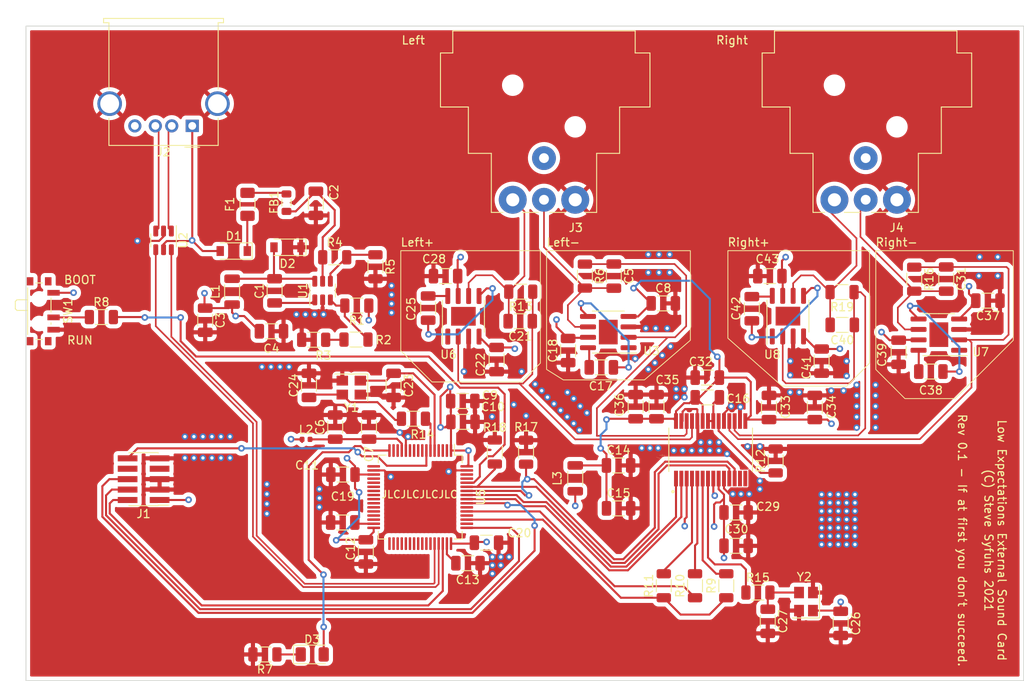
<source format=kicad_pcb>
(kicad_pcb (version 20210126) (generator pcbnew)
  (layers (0 "F.Cu" signal) (1 "In1.Cu" power) (2 "In2.Cu" power) (31 "B.Cu" signal) (34 "B.Paste" user) (35 "F.Paste" user) (36 "B.SilkS" user "B.Silkscreen") (37 "F.SilkS" user "F.Silkscreen") (38 "B.Mask" user) (39 "F.Mask" user) (44 "Edge.Cuts" user))
  (net 0 "")
  (net 1 "GND")
  (net 2 "+3V3")
  (net 3 "HSE_IN")
  (net 4 "Net-(U4-Pad21)")
  (net 5 "Net-(C17-Pad2)")
  (net 6 "+3.3VA")
  (net 7 "Net-(C19-Pad1)")
  (net 8 "+5VA")
  (net 9 "BUCK_IN")
  (net 10 "Net-(C17-Pad1)")
  (net 11 "Net-(C20-Pad1)")
  (net 12 "BUCK_SW")
  (net 13 "BUCK_BST")
  (net 14 "-5VA")
  (net 15 "XLR_R+")
  (net 16 "POUTR+")
  (net 17 "XLR_R-")
  (net 18 "POUTR-")
  (net 19 "XLR_L+")
  (net 20 "POUTL+")
  (net 21 "XLR_L-")
  (net 22 "POUTL-")
  (net 23 "Net-(C24-Pad1)")
  (net 24 "Net-(C25-Pad1)")
  (net 25 "Net-(C25-Pad2)")
  (net 26 "Net-(C27-Pad1)")
  (net 27 "Net-(C42-Pad2)")
  (net 28 "Net-(C42-Pad1)")
  (net 29 "Net-(C38-Pad1)")
  (net 30 "Net-(C38-Pad2)")
  (net 31 "LED_STATUS")
  (net 32 "Net-(D1-Pad1)")
  (net 33 "+5V")
  (net 34 "Net-(D3-Pad1)")
  (net 35 "Net-(F1-Pad1)")
  (net 37 "USB_CONN_D+")
  (net 38 "USB_CONN_D-")
  (net 39 "NRST")
  (net 42 "SWO")
  (net 43 "SWCLK")
  (net 44 "SWDIO")
  (net 45 "HSE_OUT")
  (net 46 "BOOT0")
  (net 47 "Net-(R2-Pad2)")
  (net 48 "I2C1_SCL")
  (net 49 "I2C1_SDA")
  (net 50 "BUCK_EN")
  (net 51 "Net-(R8-Pad1)")
  (net 52 "I2S3_CK")
  (net 53 "Net-(R9-Pad2)")
  (net 54 "I2S3_SD")
  (net 55 "Net-(R10-Pad2)")
  (net 56 "PCMSCK")
  (net 57 "BUCK_FB")
  (net 58 "Net-(R11-Pad2)")
  (net 59 "Net-(R12-Pad1)")
  (net 60 "USB_D-")
  (net 61 "USB_D+")
  (net 80 "ZEROR")
  (net 81 "ZEROL")
  (footprint "Capacitor_SMD:C_1206_3216Metric" (layer "F.Cu") (at 193.499 74.93 180)
    (fp_text reference "C37")
    (fp_text value "0u1")
  )
  (footprint "Resistor_SMD:R_1206_3216Metric" (layer "F.Cu") (at 157.7955 109.6831 90)
    (fp_text reference "R10")
    (fp_text value "27")
  )
  (footprint "Capacitor_SMD:C_1206_3216Metric" (layer "F.Cu") (at 147.8955 71.9326 -90)
    (fp_text reference "C5")
    (fp_text value "2700pF")
  )
  (footprint "Resistor_SMD:R_1206_3216Metric" (layer "F.Cu") (at 118.8319 70.7959 -90)
    (fp_text reference "R5")
    (fp_text value "68k")
  )
  (footprint "Resistor_SMD:R_1206_3216Metric" (layer "F.Cu") (at 123.4654 89.323 180)
    (fp_text reference "R14")
    (fp_text value "0")
  )
  (footprint "Capacitor_SMD:C_1206_3216Metric" (layer "F.Cu") (at 125.258 75.8326 -90)
    (fp_text reference "C25")
    (fp_text value "22pF")
  )
  (footprint "Capacitor_SMD:C_1206_3216Metric" (layer "F.Cu") (at 110.7293 85.2572 90)
    (fp_text reference "C24")
    (fp_text value "12p")
  )
  (footprint "Resistor_SMD:R_1206_3216Metric" (layer "F.Cu") (at 167.6253 94.4645 90)
    (fp_text reference "R12")
    (fp_text value "10k")
  )
  (footprint "Resistor_SMD:R_1206_3216Metric" (layer "F.Cu") (at 105.3592 118.0592 180)
    (fp_text reference "R7")
    (fp_text value "2k2")
  )
  (footprint "symbols:SOP65P780X200-28N" (layer "F.Cu") (at 159.7005 93.1076 90)
    (fp_text reference "U4")
    (fp_text value "PCM1795DB")
  )
  (footprint "Capacitor_SMD:C_1206_3216Metric" (layer "F.Cu") (at 148.4719 95.0162)
    (fp_text reference "C14")
    (fp_text value "1u")
  )
  (footprint "Capacitor_SMD:C_1206_3216Metric" (layer "F.Cu") (at 111.5675 63.0576 -90)
    (fp_text reference "C2")
    (fp_text value "10u")
  )
  (footprint "Connector_USB:USB_A_Molex_67643_Horizontal" (layer "F.Cu") (at 96.5001 53.62 180)
    (fp_text reference "J2")
    (fp_text value "USB_B")
  )
  (footprint "Capacitor_SMD:C_1206_3216Metric" (layer "F.Cu") (at 159.2923 86.7195)
    (fp_text reference "C16")
    (fp_text value "47u")
  )
  (footprint "Capacitor_SMD:C_1206_3216Metric" (layer "F.Cu") (at 166.8125 87.9496 90)
    (fp_text reference "C33")
    (fp_text value "0.1u")
  )
  (footprint "Resistor_SMD:R_1206_3216Metric" (layer "F.Cu") (at 175.7205 73.8826 180)
    (fp_text reference "R19")
    (fp_text value "820")
  )
  (footprint "Resistor_SMD:R_1206_3216Metric" (layer "F.Cu") (at 137.1961 93.3977 90)
    (fp_text reference "R17")
    (fp_text value "4k7")
  )
  (footprint "Package_SO:SOIC-8-1EP_3.9x4.9mm_P1.27mm_EP2.29x3mm" (layer "F.Cu") (at 187.5205 79.0701 180)
    (fp_text reference "U7")
    (fp_text value "NE5534")
  )
  (footprint "Resistor_SMD:R_1206_3216Metric" (layer "F.Cu") (at 116.459 79.671 180)
    (fp_text reference "R2")
    (fp_text value "15k")
  )
  (footprint "Capacitor_SMD:C_1206_3216Metric" (layer "F.Cu") (at 129.4763 87.164)
    (fp_text reference "C9")
    (fp_text value "4u7")
  )
  (footprint "Capacitor_SMD:C_1206_3216Metric" (layer "F.Cu") (at 106.5383 73.7294 90)
    (fp_text reference "C1")
    (fp_text value "10u")
  )
  (footprint "Capacitor_SMD:C_1206_3216Metric" (layer "F.Cu") (at 132.3683 104.436)
    (fp_text reference "C13")
    (fp_text value "100n")
  )
  (footprint "Capacitor_SMD:C_1206_3216Metric" (layer "F.Cu") (at 133.604 82.1076 90)
    (fp_text reference "C22")
    (fp_text value "0u1")
  )
  (footprint "Capacitor_SMD:C_1206_3216Metric" (layer "F.Cu") (at 113.9297 90.3408 90)
    (fp_text reference "C6")
    (fp_text value "1u")
  )
  (footprint "Capacitor_SMD:C_1206_3216Metric" (layer "F.Cu") (at 146.3705 83.0576)
    (fp_text reference "C17")
    (fp_text value "22pF")
  )
  (footprint "Capacitor_SMD:C_1206_3216Metric" (layer "F.Cu") (at 114.8423 101.9722 180)
    (fp_text reference "C19")
    (fp_text value "2u2")
  )
  (footprint "Capacitor_SMD:C_1206_3216Metric" (layer "F.Cu") (at 175.5545 114.2756 -90)
    (fp_text reference "C26")
    (fp_text value "12p")
  )
  (footprint "Capacitor_SMD:C_1206_3216Metric" (layer "F.Cu") (at 114.8677 96.1302 180)
    (fp_text reference "C11")
    (fp_text value "100n")
  )
  (footprint "Capacitor_SMD:C_1206_3216Metric" (layer "F.Cu") (at 162.8011 100.753)
    (fp_text reference "C29")
    (fp_text value "0.1u")
  )
  (footprint "Connector_PinHeader_1.27mm:PinHeader_2x05_P1.27mm_Vertical_SMD" (layer "F.Cu") (at 90.5675 96.689 180)
    (fp_text reference "J1")
    (fp_text value "SWD")
  )
  (footprint "Resistor_SMD:R_1206_3216Metric" (layer "F.Cu") (at 85.4202 76.9278)
    (fp_text reference "R8")
    (fp_text value "10k")
  )
  (footprint "Package_SO:SOIC-8-1EP_3.9x4.9mm_P1.27mm_EP2.29x3mm" (layer "F.Cu") (at 147.2205 78.7576 180)
    (fp_text reference "U3")
    (fp_text value "NE5534")
  )
  (footprint "Crystal:Crystal_SMD_3225-4Pin_3.2x2.5mm" (layer "F.Cu") (at 115.8933 85.5266 180)
    (fp_text reference "Y1")
    (fp_text value "16MHz")
  )
  (footprint "Capacitor_SMD:C_1206_3216Metric" (layer "F.Cu") (at 118.0445 90.3372 90)
    (fp_text reference "C7")
    (fp_text value "10n")
  )
  (footprint "Package_TO_SOT_SMD:SOT-23-6" (layer "F.Cu") (at 112.3905 73.6967 90)
    (fp_text reference "U1")
    (fp_text value "MP2359-LF-Z" hide)
  )
  (footprint "Connector_Audio:Jack_XLR_Neutrik_NC3MAH_Horizontal" (layer "F.Cu") (at 182.4105 62.6276 180)
    (fp_text reference "J4")
    (fp_text value "XLR_R")
  )
  (footprint "Resistor_SMD:R_1206_3216Metric" (layer "F.Cu") (at 161.6055 109.6831 90)
    (fp_text reference "R9")
    (fp_text value "27")
  )
  (footprint "Connector_Audio:Jack_XLR_Neutrik_NC3MAH_Horizontal" (layer "F.Cu") (at 143.1905 62.6276 180)
    (fp_text reference "J3")
    (fp_text value "XLR_L")
  )
  (footprint "Capacitor_SMD:C_1206_3216Metric" (layer "F.Cu") (at 150.5565 87.8516 90)
    (fp_text reference "C36")
    (fp_text value "10u")
  )
  (footprint "LED_SMD:LED_1206_3216Metric" (layer "F.Cu") (at 111.125 118.0592)
    (fp_text reference "D3")
    (fp_text value "Red")
  )
  (footprint "Crystal:Crystal_SMD_3225-4Pin_3.2x2.5mm" (layer "F.Cu") (at 171.3245 111.6106 90)
    (fp_text reference "Y2")
    (fp_text value "36.864MHz" hide)
  )
  (footprint "Package_SO:SOIC-8-1EP_3.9x4.9mm_P1.27mm_EP2.29x3mm" (layer "F.Cu") (at 129.558 76.8326 90)
    (fp_text reference "U6")
    (fp_text value "NE5534")
  )
  (footprint "Capacitor_SMD:C_1206_3216Metric" (layer "F.Cu") (at 129.5017 89.704)
    (fp_text reference "C10")
    (fp_text value "100n")
  )
  (footprint "Capacitor_SMD:C_1206_3216Metric" (layer "F.Cu") (at 162.8011 104.817)
    (fp_text reference "C30")
    (fp_text value "10u")
  )
  (footprint "Diode_SMD:D_SOD-123" (layer "F.Cu") (at 108.1121 68.4188 180)
    (fp_text reference "D2")
    (fp_text value "B5819W")
  )
  (footprint "Diode_SMD:D_SOD-123" (layer "F.Cu") (at 101.5589 68.876 180)
    (fp_text reference "D1")
    (fp_text value "B5819W")
  )
  (footprint "Resistor_SMD:R_1206_3216Metric" (layer "F.Cu") (at 184.5205 72.3076 -90)
    (fp_text reference "R16")
    (fp_text value "820")
  )
  (footprint "Resistor_SMD:R_1206_3216Metric" (layer "F.Cu") (at 111.3028 79.6964 180)
    (fp_text reference "R3")
    (fp_text value "270")
  )
  (footprint "Capacitor_SMD:C_1206_3216Metric" (layer "F.Cu") (at 142.3205 81.0076 90)
    (fp_text reference "C18")
    (fp_text value "0u1")
  )
  (footprint "Inductor_SMD:L_1206_3216Metric" (layer "F.Cu") (at 143.1905 96.5876 90)
    (fp_text reference "L3")
    (fp_text value "39n")
  )
  (footprint "Capacitor_SMD:C_1206_3216Metric" (layer "F.Cu") (at 130.1113 106.934)
    (fp_text reference "C20")
    (fp_text value "2u2")
  )
  (footprint "Capacitor_SMD:C_1206_3216Metric" (layer "F.Cu") (at 173.228 82.296 90)
    (fp_text reference "C41")
    (fp_text value "0u1")
  )
  (footprint "Capacitor_SMD:C_1206_3216Metric" (layer "F.Cu") (at 166.6645 114.0176 -90)
    (fp_text reference "C27")
    (fp_text value "12p")
  )
  (footprint "Resistor_SMD:R_1206_3216Metric" (layer "F.Cu") (at 165.46 110.5106)
    (fp_text reference "R15")
    (fp_text value "0")
  )
  (footprint "Capacitor_SMD:C_1206_3216Metric" (layer "F.Cu") (at 172.4005 87.9496 90)
    (fp_text reference "C34")
    (fp_text value "10u")
  )
  (footprint "Capacitor_SMD:C_1206_3216Metric" (layer "F.Cu") (at 148.4755 100.2486)
    (fp_text reference "C15")
    (fp_text value "10n")
  )
  (footprint "Capacitor_SMD:C_1206_3216Metric" (layer "F.Cu") (at 186.5455 83.5701)
    (fp_text reference "C38")
    (fp_text value "22pF")
  )
  (footprint "Capacitor_SMD:C_1206_3216Metric" (layer "F.Cu") (at 159.2923 84.3065 180)
    (fp_text reference "C32")
    (fp_text value "10u")
  )
  (footprint "Capacitor_SMD:C_1206_3216Metric" (layer "F.Cu") (at 182.6205 81.2201 90)
    (fp_text reference "C39")
    (fp_text value "0u1")
  )
  (footprint "Capacitor_SMD:C_1206_3216Metric" (layer "F.Cu") (at 121.0417 85.2608 -90)
    (fp_text reference "C23")
    (fp_text value "12p")
  )
  (footprint "Fuse:Fuse_1206_3216Metric" (layer "F.Cu") (at 103.2363 63.1834 -90)
    (fp_text reference "F1")
    (fp_text value "250mA")
  )
  (footprint "Package_SO:SOIC-8-1EP_3.9x4.9mm_P1.27mm_EP2.29x3mm" (layer "F.Cu") (at 169.1205 76.8126 90)
    (fp_text reference "U8")
    (fp_text value "NE5534")
  )
  (footprint "Capacitor_SMD:C_1206_3216Metric" (layer "F.Cu") (at 164.7205 75.9076 -90)
    (fp_text reference "C42")
    (fp_text value "22pF")
  )
  (footprint "Resistor_SMD:R_1206_3216Metric" (layer "F.Cu") (at 136.5455 73.8326 180)
    (fp_text reference "R13")
    (fp_text value "820")
  )
  (footprint "Resistor_SMD:R_1206_3216Metric" (layer "F.Cu") (at 133.3861 93.3763 90)
    (fp_text reference "R18")
    (fp_text value "4k7")
  )
  (footprint "Capacitor_SMD:C_1206_3216Metric" (layer "F.Cu") (at 117.6635 105.5554 -90)
    (fp_text reference "C12")
    (fp_text value "100n")
  )
  (footprint "Resistor_SMD:R_1206_3216Metric" (layer "F.Cu") (at 144.3705 71.9326 -90)
    (fp_text reference "R6")
    (fp_text value "820")
  )
  (footprint "Capacitor_SMD:C_1206_3216Metric" (layer "F.Cu") (at 98.0801 77.3106 -90)
    (fp_text reference "C3")
    (fp_text value "10u")
  )
  (footprint "Capacitor_SMD:C_1206_3216Metric" (layer "F.Cu") (at 153.924 75.2576 180)
    (fp_text reference "C8")
    (fp_text value "0u1")
  )
  (footprint "Button_Switch_SMD:SW_SPDT_PCM12" (layer "F.Cu") (at 78.1589 76.2166 -90)
    (fp_text reference "SW1")
    (fp_text value "BOOT_SELECT")
  )
  (footprint "Capacitor_SMD:C_1206_3216Metric" (layer "F.Cu") (at 188.4205 72.2951 -90)
    (fp_text reference "C31")
    (fp_text value "2700pF")
  )
  (footprint "Resistor_SMD:R_1206_3216Metric" (layer "F.Cu") (at 113.8682 69.6382)
    (fp_text reference "R4")
    (fp_text value "100k")
  )
  (footprint "Package_QFP:LQFP-64_10x10mm_P0.5mm" (layer "F.Cu") (at 124.2929 98.8734 -90)
    (fp_text reference "U5")
    (fp_text value "STM32F405RGT6" hide)
  )
  (footprint "Capacitor_SMD:C_1206_3216Metric" (layer "F.Cu") (at 175.7455 77.8826 180)
    (fp_text reference "C40")
    (fp_text value "2700pF")
  )
  (footprint "Inductor_SMD:L_0402_1005Metric" (layer "F.Cu") (at 110.3713 91.8376)
    (fp_text reference "L2")
    (fp_text value "39n")
  )
  (footprint "Resistor_SMD:R_1206_3216Metric" (layer "F.Cu") (at 116.5606 75.531 180)
    (fp_text reference "R1")
    (fp_text value "47k")
  )
  (footprint "Capacitor_SMD:C_1206_3216Metric" (layer "F.Cu") (at 127.383 71.9326)
    (fp_text reference "C28")
    (fp_text value "0u1")
  )
  (footprint "Resistor_SMD:R_1206_3216Metric" (layer "F.Cu") (at 153.9855 109.6831 90)
    (fp_text reference "R11")
    (fp_text value "27")
  )
  (footprint "Capacitor_SMD:C_1206_3216Metric" (layer "F.Cu") (at 166.9205 71.9326)
    (fp_text reference "C43")
    (fp_text value "0u1")
  )
  (footprint "Package_TO_SOT_SMD:SOT-23-6" (layer "F.Cu") (at 93.0001 67.5751 -90)
    (fp_text reference "U2")
    (fp_text value "USBLC6-2SC6")
  )
  (footprint "Capacitor_SMD:C_1206_3216Metric" (layer "F.Cu") (at 153.0965 87.8516 90)
    (fp_text reference "C35")
    (fp_text value "0.1u")
  )
  (footprint "Inductor_SMD:L_0805_2012Metric" (layer "F.Cu") (at 107.9861 62.9789 90)
    (fp_text reference "FB1")
    (fp_text value "600 @ 600MHz" hide)
  )
  (footprint "Capacitor_SMD:C_1206_3216Metric" (layer "F.Cu") (at 106.1555 78.655)
    (fp_text reference "C4")
    (fp_text value "10u")
  )
  (footprint "Inductor_SMD:L_1206_3216Metric" (layer "F.Cu") (at 101.3567 73.829 -90)
    (fp_text reference "L1")
    (fp_text value "10u")
  )
  (footprint "Capacitor_SMD:C_1206_3216Metric" (layer "F.Cu") (at 136.483 77.4326 180)
    (fp_text reference "C21")
    (fp_text value "2700pF")
  )
  (gr_poly (pts (xy 196.596 79.756) (xy 189.484 86.868) (xy 183.388 86.868) (xy 179.832 83.312) (xy 179.832 68.834) (xy 196.596 68.834)) (layer "F.SilkS") (width 0.1) (fill none))
  (gr_poly (pts (xy 179.07 82.55) (xy 176.299091 85.344) (xy 168.402 85.344) (xy 161.798 79.502) (xy 161.798 68.834) (xy 179.07 68.834)) (layer "F.SilkS") (width 0.1) (fill none))
  (gr_poly (pts (xy 138.938 82.55) (xy 136.652 84.836) (xy 125.73 84.836) (xy 121.92 81.026) (xy 121.92 68.834) (xy 138.938 68.834)) (layer "F.SilkS") (width 0.1) (fill none))
  (gr_poly (pts (xy 157.226 79.756) (xy 151.638 84.582) (xy 141.732 84.582) (xy 139.7 83.312) (xy 139.7 68.834) (xy 157.226 68.834)) (layer "F.SilkS") (width 0.1) (fill none))
  (gr_rect (start 197.866 41.4528) (end 76.2254 121.2596) (layer "Edge.Cuts") (width 0.1) (fill none))
  (gr_text "Low Expectations External Sound Card\n(C) Steve Syfuhs 2021\n\nRev 0.1 - If at first you don't succeed." (at 192.786 104.14 270) (layer "F.SilkS") (effects (font (size 1 1))))
  (gr_text "Left-" (at 141.732 67.818) (layer "F.SilkS") (effects (font (size 1 1))))
  (gr_text "Left" (at 123.444 43.18) (layer "F.SilkS") (effects (font (size 1 1))))
  (gr_text "BOOT" (at 82.804 72.39) (layer "F.SilkS") (effects (font (size 1 1))))
  (gr_text "Right-" (at 182.372 67.818) (layer "F.SilkS") (effects (font (size 1 1))))
  (gr_text "Right+" (at 164.338 67.818) (layer "F.SilkS") (effects (font (size 1 1))))
  (gr_text "Left+" (at 123.952 67.818) (layer "F.SilkS") (effects (font (size 1 1))))
  (gr_text "RUN" (at 82.804 79.756) (layer "F.SilkS") (effects (font (size 1 1))))
  (gr_text "Right" (at 162.306 43.18) (layer "F.SilkS") (effects (font (size 1 1))))
  (gr_text "JLCJLCJLCJLC" (at 124.206 98.552) (layer "F.SilkS") (effects (font (size 0.9 0.9))))
  (segment (start 156.59648 88.138) (end 157.988 88.138) (width 0.25) (layer "F.Cu") (net 1))
  (segment (start 116.9933 86.3766) (end 120.6825 86.3766) (width 0.25) (layer "F.Cu") (net 1))
  (segment (start 127.8966 95.6234) (end 127.762 95.758) (width 0.25) (layer "F.Cu") (net 1))
  (segment (start 160.0255 98.5255) (end 160.2 98.7) (width 0.25) (layer "F.Cu") (net 1))
  (segment (start 160.0255 96.6126) (end 160.0255 98.5255) (width 0.25) (layer "F.Cu") (net 1))
  (segment (start 162 98.5) (end 162.4 98.5) (width 0.25) (layer "F.Cu") (net 1))
  (segment (start 158.0755 91.7755) (end 158.5 92.2) (width 0.25) (layer "F.Cu") (net 1))
  (segment (start 161.3255 88.6745) (end 162.2 87.8) (width 0.25) (layer "F.Cu") (net 1))
  (segment (start 130.9749 88.7914) (end 130.9749 86.4274) (width 0.25) (layer "F.Cu") (net 1))
  (segment (start 111.6455 84.6766) (end 114.7933 84.6766) (width 0.25) (layer "F.Cu") (net 1))
  (segment (start 156.283489 88.450991) (end 156.59648 88.138) (width 0.25) (layer "F.Cu") (net 1))
  (segment (start 161.3255 96.6126) (end 161.3255 97.8255) (width 0.25) (layer "F.Cu") (net 1))
  (segment (start 161.3255 89.6026) (end 161.3255 88.6745) (width 0.25) (layer "F.Cu") (net 1))
  (segment (start 129.9679 95.6234) (end 127.8966 95.6234) (width 0.25) (layer "F.Cu") (net 1))
  (segment (start 130.9767 89.704) (end 132.4209 89.704) (width 0.25) (layer "F.Cu") (net 1))
  (segment (start 163.2755 89.6026) (end 163.2755 87.9305) (width 0.25) (layer "F.Cu") (net 1))
  (segment (start 92.46 67.6402) (end 89.8144 67.6402) (width 0.25) (layer "F.Cu") (net 1))
  (segment (start 156.2694 89.6026) (end 156.283489 89.588511) (width 0.25) (layer "F.Cu") (net 1))
  (segment (start 137.1961 91.9352) (end 137.1961 88.9674) (width 0.25) (layer "F.Cu") (net 1))
  (segment (start 133.3861 89.3992) (end 133.3861 91.9138) (width 0.25) (layer "F.Cu") (net 1))
  (segment (start 130.9767 88.9384) (end 131.0493 88.8658) (width 0.25) (layer "F.Cu") (net 1))
  (segment (start 110.7511 83.7822) (end 111.6455 84.6766) (width 0.25) (layer "F.Cu") (net 1))
  (segment (start 119.9234 95.6234) (end 120.7 96.4) (width 0.25) (layer "F.Cu") (net 1))
  (segment (start 118.6179 95.6234) (end 119.9234 95.6234) (width 0.25) (layer "F.Cu") (net 1))
  (segment (start 156.1255 89.6026) (end 156.2694 89.6026) (width 0.25) (layer "F.Cu") (net 1))
  (segment (start 122.5429 93.1984) (end 122.5429 91.7571) (width 0.25) (layer "F.Cu") (net 1))
  (segment (start 158.0755 89.6026) (end 158.0755 91.7755) (width 0.25) (layer "F.Cu") (net 1))
  (segment (start 122.5429 91.7571) (end 122.8 91.5) (width 0.25) (layer "F.Cu") (net 1))
  (segment (start 132.4209 89.704) (end 133.0559 89.069) (width 0.25) (layer "F.Cu") (net 1))
  (segment (start 93.0001 67.1001) (end 92.46 67.6402) (width 0.25) (layer "F.Cu") (net 1))
  (segment (start 158.0755 88.2255) (end 158.0755 89.6026) (width 0.25) (layer "F.Cu") (net 1))
  (segment (start 161.3255 97.8255) (end 162 98.5) (width 0.25) (layer "F.Cu") (net 1))
  (segment (start 93.0001 66.4376) (end 93.0001 67.1001) (width 0.25) (layer "F.Cu") (net 1))
  (segment (start 133.0559 89.069) (end 133.3861 89.3992) (width 0.25) (layer "F.Cu") (net 1))
  (segment (start 156.283489 89.588511) (end 156.283489 88.450991) (width 0.25) (layer "F.Cu") (net 1))
  (segment (start 149.9469 95.0162) (end 149.9469 100.245) (width 0.25) (layer "F.Cu") (net 1))
  (segment (start 163.2755 87.9305) (end 163.322 87.884) (width 0.25) (layer "F.Cu") (net 1))
  (segment (start 118.0445 88.8622) (end 113.9333 88.8622) (width 0.25) (layer "F.Cu") (net 1))
  (segment (start 157.988 88.138) (end 158.0755 88.2255) (width 0.25) (layer "F.Cu") (net 1))
  (segment (start 131.0493 88.8658) (end 130.9749 88.7914) (width 0.25) (layer "F.Cu") (net 1))
  (via (at 143 89.9) (size 0.8) (drill 0.4) (layers "F.Cu" "B.Cu") (net 1))
  (via (at 175.26 98.552) (size 0.8) (drill 0.4) (layers "F.Cu" "B.Cu") (net 1))
  (via (at 127.762 95.758) (size 0.8) (drill 0.4) (layers "F.Cu" "B.Cu") (net 1))
  (via (at 177.292 102.616) (size 0.8) (drill 0.4) (layers "F.Cu" "B.Cu") (net 1))
  (via (at 97.8 94.1) (size 0.8) (drill 0.4) (layers "F.Cu" "B.Cu") (net 1))
  (via (at 173.228 102.616) (size 0.8) (drill 0.4) (layers "F.Cu" "B.Cu") (net 1))
  (via (at 177.292 104.648) (size 0.8) (drill 0.4) (layers "F.Cu" "B.Cu") (net 1))
  (via (at 112 100.1) (size 0.8) (drill 0.4) (layers "F.Cu" "B.Cu") (net 1))
  (via (at 158.5 93.2) (size 0.8) (drill 0.4) (layers "F.Cu" "B.Cu") (net 1))
  (via (at 98.9 91.5) (size 0.8) (drill 0.4) (layers "F.Cu" "B.Cu") (net 1))
  (via (at 142.2 89.1) (size 0.8) (drill 0.4) (layers "F.Cu" "B.Cu") (net 1))
  (via (at 133.096 108.204) (size 0.8) (drill 0.4) (layers "F.Cu" "B.Cu") (net 1))
  (via (at 177.5 85.2) (size 0.8) (drill 0.4) (layers "F.Cu" "B.Cu") (net 1))
  (via (at 174.244 102.616) (size 0.8) (drill 0.4) (layers "F.Cu" "B.Cu") (net 1))
  (via (at 153.4 71.5) (size 0.8) (drill 0.4) (layers "F.Cu" "B.Cu") (net 1))
  (via (at 169.4 84) (size 0.8) (drill 0.4) (layers "F.Cu" "B.Cu") (net 1))
  (via (at 112 97.9) (size 0.8) (drill 0.4) (layers "F.Cu" "B.Cu") (net 1))
  (via (at 136.652 83.566) (size 0.8) (drill 0.4) (layers "F.Cu" "B.Cu") (net 1))
  (via (at 179.8 86.5) (size 0.8) (drill 0.4) (layers "F.Cu" "B.Cu") (net 1))
  (via (at 112.5 76.6) (size 0.8) (drill 0.4) (layers "F.Cu" "B.Cu") (net 1))
  (via (at 141.4 88.3) (size 0.8) (drill 0.4) (layers "F.Cu" "B.Cu") (net 1))
  (via (at 159.6 92.2) (size 0.8) (drill 0.4) (layers "F.Cu" "B.Cu") (net 1))
  (via (at 165.7 92.7) (size 0.8) (drill 0.4) (layers "F.Cu" "B.Cu") (net 1))
  (via (at 152.1 71.5) (size 0.8) (drill 0.4) (layers "F.Cu" "B.Cu") (net 1))
  (via (at 150.5 82) (size 0.8) (drill 0.4) (layers "F.Cu" "B.Cu") (net 1))
  (via (at 175.26 102.616) (size 0.8) (drill 0.4) (layers "F.Cu" "B.Cu") (net 1))
  (via (at 176.276 99.568) (size 0.8) (drill 0.4) (layers "F.Cu" "B.Cu") (net 1))
  (via (at 160.2 98.7) (size 0.8) (drill 0.4) (layers "F.Cu" "B.Cu") (net 1))
  (via (at 175.9 85.9) (size 0.8) (drill 0.4) (layers "F.Cu" "B.Cu") (net 1))
  (via (at 133.096 107.188) (size 0.8) (drill 0.4) (layers "F.Cu" "B.Cu") (net 1))
  (via (at 135.7 87.6) (size 0.8) (drill 0.4) (layers "F.Cu" "B.Cu") (net 1))
  (via (at 174.4 85.9) (size 0.8) (drill 0.4) (layers "F.Cu" "B.Cu") (net 1))
  (via (at 175.26 104.648) (size 0.8) (drill 0.4) (layers "F.Cu" "B.Cu") (net 1))
  (via (at 175.26 100.584) (size 0.8) (drill 0.4) (layers "F.Cu" "B.Cu") (net 1))
  (via (at 153.3 92.9) (size 0.8) (drill 0.4) (layers "F.Cu" "B.Cu") (net 1))
  (via (at 173.228 103.632) (size 0.8) (drill 0.4) (layers "F.Cu" "B.Cu") (net 1))
  (via (at 155.5 85.7) (size 0.8) (drill 0.4) (layers "F.Cu" "B.Cu") (net 1))
  (via (at 154.8 80.5) (size 0.8) (drill 0.4) (layers "F.Cu" "B.Cu") (net 1))
  (via (at 144.615094 88.610906) (size 0.8) (drill 0.4) (layers "F.Cu" "B.Cu") (net 1))
  (via (at 143.002 86.868) (size 0.8) (drill 0.4) (layers "F.Cu" "B.Cu") (net 1))
  (via (at 143.795047 87.790858) (size 0.8) (drill 0.4) (layers "F.Cu" "B.Cu") (net 1))
  (via (at 151.3 92.9) (size 0.8) (drill 0.4) (layers "F.Cu" "B.Cu") (net 1))
  (via (at 137.1961 88.9674) (size 0.8) (drill 0.4) (layers "F.Cu" "B.Cu") (net 1))
  (via (at 152.1 83.3) (size 0.8) (drill 0.4) (layers "F.Cu" "B.Cu") (net 1))
  (via (at 177.5 89.1) (size 0.8) (drill 0.4) (layers "F.Cu" "B.Cu") (net 1))
  (via (at 96.7 91.5) (size 0.8) (drill 0.4) (layers "F.Cu" "B.Cu") (net 1))
  (via (at 122.8 91.5) (size 0.8) (drill 0.4) (layers "F.Cu" "B.Cu") (net 1))
  (via (at 140.6 87.5) (size 0.8) (drill 0.4) (layers "F.Cu" "B.Cu") (net 1))
  (via (at 134.112 107.188) (size 0.8) (drill 0.4) (layers "F.Cu" "B.Cu") (net 1))
  (via (at 176.276 100.584) (size 0.8) (drill 0.4) (layers "F.Cu" "B.Cu") (net 1))
  (via (at 175.26 101.6) (size 0.8) (drill 0.4) (layers "F.Cu" "B.Cu") (net 1))
  (via (at 107.2 83) (size 0.8) (drill 0.4) (layers "F.Cu" "B.Cu") (net 1))
  (via (at 169.4 86.1) (size 0.8) (drill 0.4) (layers "F.Cu" "B.Cu") (net 1))
  (via (at 154.4 78.3) (size 0.8) (drill 0.4) (layers "F.Cu" "B.Cu") (net 1))
  (via (at 110.3 76.6) (size 0.8) (drill 0.4) (layers "F.Cu" "B.Cu") (net 1))
  (via (at 153.4 69.3) (size 0.8) (drill 0.4) (layers "F.Cu" "B.Cu") (net 1))
  (via (at 192.5 69.6) (size 0.8) (drill 0.4) (layers "F.Cu" "B.Cu") (net 1))
  (via (at 109.2 76.6) (size 0.8) (drill 0.4) (layers "F.Cu" "B.Cu") (net 1))
  (via (at 177.292 98.552) (size 0.8) (drill 0.4) (layers "F.Cu" "B.Cu") (net 1))
  (via (at 105.6 99.7) (size 0.8) (drill 0.4) (layers "F.Cu" "B.Cu") (net 1))
  (via (at 89.8144 67.6402) (size 0.8) (drill 0.4) (layers "F.Cu" "B.Cu") (net 1))
  (via (at 154.7 69.3) (size 0.8) (drill 0.4) (layers "F.Cu" "B.Cu") (net 1))
  (via (at 164.2 92.7) (size 0.8) (drill 0.4) (layers "F.Cu" "B.Cu") (net 1))
  (via (at 139.1 85.9) (size 0.8) (drill 0.4) (layers "F.Cu" "B.Cu") (net 1))
  (via (at 173.228 100.584) (size 0.8) (drill 0.4) (layers "F.Cu" "B.Cu") (net 1))
  (via (at 160.7 93.2) (size 0.8) (drill 0.4) (layers "F.Cu" "B.Cu") (net 1))
  (via (at 175.26 103.632) (size 0.8) (drill 0.4) (layers "F.Cu" "B.Cu") (net 1))
  (via (at 179.8 89.1) (size 0.8) (drill 0.4) (layers "F.Cu" "B.Cu") (net 1))
  (via (at 133.0559 89.069) (size 0.8) (drill 0.4) (layers "F.Cu" "B.Cu") (net 1))
  (via (at 95.6 94.1) (size 0.8) (drill 0.4) (layers "F.Cu" "B.Cu") (net 1))
  (via (at 156.5 85.7) (size 0.8) (drill 0.4) (layers "F.Cu" "B.Cu") (net 1))
  (via (at 177.292 100.584) (size 0.8) (drill 0.4) (layers "F.Cu" "B.Cu") (net 1))
  (via (at 152.3 92.9) (size 0.8) (drill 0.4) (layers "F.Cu" "B.Cu") (net 1))
  (via (at 105.6 100.9) (size 0.8) (drill 0.4) (layers "F.Cu" "B.Cu") (net 1))
  (via (at 176.276 104.648) (size 0.8) (drill 0.4) (layers "F.Cu" "B.Cu") (net 1))
  (via (at 176.276 101.6) (size 0.8) (drill 0.4) (layers "F.Cu" "B.Cu") (net 1))
  (via (at 143.7 90.7) (size 0.8) (drill 0.4) (layers "F.Cu" "B.Cu") (net 1))
  (via (at 129.623 83.566) (size 0.8) (drill 0.4) (layers "F.Cu" "B.Cu") (net 1))
  (via (at 165.7 97.9) (size 0.8) (drill 0.4) (layers "F.Cu" "B.Cu") (net 1))
  (via (at 98.9 94.1) (size 0.8) (drill 0.4) (layers "F.Cu" "B.Cu") (net 1))
  (via (at 155.5 86.7) (size 0.8) (drill 0.4) (layers "F.Cu" "B.Cu") (net 1))
  (via (at 165.7 96.9) (size 0.8) (drill 0.4) (layers "F.Cu" "B.Cu") (net 1))
  (via (at 164.4 98.5) (size 0.8) (drill 0.4) (layers "F.Cu" "B.Cu") (net 1))
  (via (at 95.6 91.5) (size 0.8) (drill 0.4) (layers "F.Cu" "B.Cu") (net 1))
  (via (at 176.276 84.1) (size 0.8) (drill 0.4) (layers "F.Cu" "B.Cu") (net 1))
  (via (at 106.1 83) (size 0.8) (drill 0.4) (layers "F.Cu" "B.Cu") (net 1))
  (via (at 120.7 96.4) (size 0.8) (drill 0.4) (layers "F.Cu" "B.Cu") (net 1))
  (via (at 173.228 98.552) (size 0.8) (drill 0.4) (layers "F.Cu" "B.Cu") (net 1))
  (via (at 135.128 106.172) (size 0.8) (drill 0.4) (layers "F.Cu" "B.Cu") (net 1))
  (via (at 120.8 73.1) (size 0.8) (drill 0.4) (layers "F.Cu" "B.Cu") (net 1))
  (via (at 105 83) (size 0.8) (drill 0.4) (layers "F.Cu" "B.Cu") (net 1))
  (via (at 152.1 69.3) (size 0.8) (drill 0.4) (layers "F.Cu" "B.Cu") (net 1))
  (via (at 177.292 99.568) (size 0.8) (drill 0.4) (layers "F.Cu" "B.Cu") (net 1))
  (via (at 120.8 75.3) (size 0.8) (drill 0.4) (layers "F.Cu" "B.Cu") (net 1))
  (via (at 169.418 82.296) (size 0.8) (drill 0.4) (layers "F.Cu" "B.Cu") (net 1))
  (via (at 177.5 87.8) (size 0.8) (drill 0.4) (layers "F.Cu" "B.Cu") (net 1))
  (via (at 157.4 93.2) (size 0.8) (drill 0.4) (layers "F.Cu" "B.Cu") (net 1))
  (via (at 174.244 103.632) (size 0.8) (drill 0.4) (layers "F.Cu" "B.Cu") (net 1))
  (via (at 111.4 76.6) (size 0.8) (drill 0.4) (layers "F.Cu" "B.Cu") (net 1))
  (via (at 179.8 85.2) (size 0.8) (drill 0.4) (layers "F.Cu" "B.Cu") (net 1))
  (via (at 174.244 98.552) (size 0.8) (drill 0.4) (layers "F.Cu" "B.Cu") (net 1))
  (via (at 121.8 91) (size 0.8) (drill 0.4) (layers "F.Cu" "B.Cu") (net 1))
  (via (at 96.7 94.1) (size 0.8) (drill 0.4) (layers "F.Cu" "B.Cu") (net 1))
  (via (at 176.276 98.552) (size 0.8) (drill 0.4) (layers "F.Cu" "B.Cu") (net 1))
  (via (at 154.7 71.5) (size 0.8) (drill 0.4) (layers "F.Cu" "B.Cu") (net 1))
  (via (at 177.5 86.5) (size 0.8) (drill 0.4) (layers "F.Cu" "B.Cu") (net 1))
  (via (at 97.8 91.5) (size 0.8) (drill 0.4) (layers "F.Cu" "B.Cu") (net 1))
  (via (at 176.276 102.616) (size 0.8) (drill 0.4) (layers "F.Cu" "B.Cu") (net 1))
  (via (at 163.322 87.884) (size 0.8) (drill 0.4) (layers "F.Cu" "B.Cu") (net 1))
  (via (at 163.4 98.5) (size 0.8) (drill 0.4) (layers "F.Cu" "B.Cu") (net 1))
  (via (at 156.5 86.7) (size 0.8) (drill 0.4) (layers "F.Cu" "B.Cu") (net 1))
  (via (at 176.276 103.632) (size 0.8) (drill 0.4) (layers "F.Cu" "B.Cu") (net 1))
  (via (at 176.276 82.296) (size 0.8) (drill 0.4) (layers "F.Cu" "B.Cu") (net 1))
  (via (at 173.228 101.6) (size 0.8) (drill 0.4) (layers "F.Cu" "B.Cu") (net 1))
  (via (at 192.4 71.9) (size 0.8) (drill 0.4) (layers "F.Cu" "B.Cu") (net 1))
  (via (at 194.7 69.6) (size 0.8) (drill 0.4) (layers "F.Cu" "B.Cu") (net 1))
  (via (at 112 99) (size 0.8) (drill 0.4) (layers "F.Cu" "B.Cu") (net 1))
  (via (at 160.7 92.2) (size 0.8) (drill 0.4) (layers "F.Cu" "B.Cu") (net 1))
  (via (at 156.3 93.2) (size 0.8) (drill 0.4) (layers "F.Cu" "B.Cu") (net 1))
  (via (at 174.244 99.568) (size 0.8) (drill 0.4) (layers "F.Cu" "B.Cu") (net 1))
  (via (at 108.3 83) (size 0.8) (drill 0.4) (layers "F.Cu" "B.Cu") (net 1))
  (via (at 173.228 99.568) (size 0.8) (drill 0.4) (layers "F.Cu" "B.Cu") (net 1))
  (via (at 152.9 82.5) (size 0.8) (drill 0.4) (layers "F.Cu" "B.Cu") (net 1))
  (via (at 120.8 74.2) (size 0.8) (drill 0.4) (layers "F.Cu" "B.Cu") (net 1))
  (via (at 173.228 104.648) (size 0.8) (drill 0.4) (layers "F.Cu" "B.Cu") (net 1))
  (via (at 101.1 94.1) (size 0.8) (drill 0.4) (layers "F.Cu" "B.Cu") (net 1))
  (via (at 179.8 87.8) (size 0.8) (drill 0.4) (layers "F.Cu" "B.Cu") (net 1))
  (via (at 120.8 76.4) (size 0.8) (drill 0.4) (layers "F.Cu" "B.Cu") (net 1))
  (via (at 100 91.5) (size 0.8) (drill 0.4) (layers "F.Cu" "B.Cu") (net 1))
  (via (at 138.3 85.1) (size 0.8) (drill 0.4) (layers "F.Cu" "B.Cu") (net 1))
  (via (at 139.8 86.7) (size 0.8) (drill 0.4) (layers "F.Cu" "B.Cu") (net 1))
  (via (at 179.8 90.4) (size 0.8) (drill 0.4) (layers "F.Cu" "B.Cu") (net 1))
  (via (at 105.6 98.5) (size 0.8) (drill 0.4) (layers "F.Cu" "B.Cu") (net 1))
  (via (at 174.244 104.648) (size 0.8) (drill 0.4) (layers "F.Cu" "B.Cu") (net 1))
  (via (at 134.112 106.172) (size 0.8) (drill 0.4) (layers "F.Cu" "B.Cu") (net 1))
  (via (at 174.244 100.584) (size 0.8) (drill 0.4) (layers "F.Cu" "B.Cu") (net 1))
  (via (at 174.244 101.6) (size 0.8) (drill 0.4) (layers "F.Cu" "B.Cu") (net 1))
  (via (at 153.8 81.6) (size 0.8) (drill 0.4) (layers "F.Cu" "B.Cu") (net 1))
  (via (at 151.8 78.3) (size 0.8) (drill 0.4) (layers "F.Cu" "B.Cu") (net 1))
  (via (at 161.7 93.6) (size 0.8) (drill 0.4) (layers "F.Cu" "B.Cu") (net 1))
  (via (at 155.2 93.2) (size 0.8) (drill 0.4) (layers "F.Cu" "B.Cu") (net 1))
  (via (at 162.2 87.8) (size 0.8) (drill 0.4) (layers "F.Cu" "B.Cu") (net 1))
  (via (at 162.4 98.5) (size 0.8) (drill 0.4) (layers "F.Cu" "B.Cu") (net 1))
  (via (at 159.6 93.2) (size 0.8) (drill 0.4) (layers "F.Cu" "B.Cu") (net 1))
  (via (at 177.5 90.4) (size 0.8) (drill 0.4) (layers "F.Cu" "B.Cu") (net 1))
  (via (at 153 78.3) (size 0.8) (drill 0.4) (layers "F.Cu" "B.Cu") (net 1))
  (via (at 101.1 91.5) (size 0.8) (drill 0.4) (layers "F.Cu" "B.Cu") (net 1))
  (via (at 133.096 106.172) (size 0.8) (drill 0.4) (layers "F.Cu" "B.Cu") (net 1))
  (via (at 142.24 86.106) (size 0.8) (drill 0.4) (layers "F.Cu" "B.Cu") (net 1))
  (via (at 158.5 92.2) (size 0.8) (drill 0.4) (layers "F.Cu" "B.Cu") (net 1))
  (via (at 175.26 99.568) (size 0.8) (drill 0.4) (layers "F.Cu" "B.Cu") (net 1))
  (via (at 170.5 86.1) (size 0.8) (drill 0.4) (layers "F.Cu" "B.Cu") (net 1))
  (via (at 105.6 97.3) (size 0.8) (drill 0.4) (layers "F.Cu" "B.Cu") (net 1))
  (via (at 100 94.1) (size 0.8) (drill 0.4) (layers "F.Cu" "B.Cu") (net 1))
  (via (at 177.292 101.6) (size 0.8) (drill 0.4) (layers "F.Cu" "B.Cu") (net 1))
  (via (at 194.7 71.9) (size 0.8) (drill 0.4) (layers "F.Cu" "B.Cu") (net 1))
  (via (at 177.292 103.632) (size 0.8) (drill 0.4) (layers "F.Cu" "B.Cu") (net 1))
  (segment (start 128.0267 88.4594) (end 128.0267 88.053) (width 0.25) (layer "F.Cu") (net 2))
  (segment (start 160.361789 99.531011) (end 160.844389 99.531011) (width 0.25) (layer "F.Cu") (net 2))
  (segment (start 100.9251 75.8356) (end 101.3567 75.404) (width 0.25) (layer "F.Cu") (net 2))
  (segment (start 102.8265 76.801) (end 101.7885 76.801) (width 0.25) (layer "F.Cu") (net 2))
  (segment (start 130.1692 93.1984) (end 130.175 93.1926) (width 0.25) (layer "F.Cu") (net 2))
  (segment (start 104.6805 78.655) (end 102.8265 76.801) (width 0.25) (layer "F.Cu") (net 2))
  (segment (start 161.3261 104.817) (end 161.3261 106.2902) (width 0.25) (layer "F.Cu") (net 2))
  (segment (start 128.0429 93.1984) (end 128.0429 89.7202) (width 0.25) (layer "F.Cu") (net 2))
  (segment (start 130.1692 94.9221) (end 129.9679 95.1234) (width 0.25) (layer "F.Cu") (net 2))
  (segment (start 128.0429 93.1984) (end 130.1692 93.1984) (width 0.25) (layer "F.Cu") (net 2))
  (segment (start 161.3261 99.0493) (end 161.3261 100.753) (width 0.25) (layer "F.Cu") (net 2))
  (segment (start 118.6179 96.1234) (end 116.3495 96.1234) (width 0.25) (layer "F.Cu") (net 2))
  (segment (start 160.844389 99.531011) (end 161.3261 99.0493) (width 0.25) (layer "F.Cu") (net 2))
  (segment (start 97.9932 74.0156) (end 97.9932 75.7487) (width 0.25) (layer "F.Cu") (net 2))
  (segment (start 118.0231 75.531) (end 118.0231 77.305) (width 0.25) (layer "F.Cu") (net 2))
  (segment (start 118.6179 103.126) (end 117.6635 104.0804) (width 0.25) (layer "F.Cu") (net 2))
  (segment (start 175.5545 112.8006) (end 175.5545 111.6536) (width 0.25) (layer "F.Cu") (net 2))
  (segment (start 114.046 104.14) (end 114.1056 104.0804) (width 0.25) (layer "F.Cu") (net 2))
  (segment (start 127.9505 85.4368) (end 127.9505 87.1132) (width 0.25) (layer "F.Cu") (net 2))
  (segment (start 98.0801 75.8356) (end 100.9251 75.8356) (width 0.25) (layer "F.Cu") (net 2))
  (segment (start 132.3848 104.3432) (end 130.9861 104.3432) (width 0.25) (layer "F.Cu") (net 2))
  (segment (start 126.7679 90.3732) (end 127.3575 90.3732) (width 0.25) (layer "F.Cu") (net 2))
  (segment (start 160.6755 97.918) (end 161.3261 98.5686) (width 0.25) (layer "F.Cu") (net 2))
  (segment (start 109.8863 92.1576) (end 109.8863 91.8376) (width 0.25) (layer "F.Cu") (net 2))
  (segment (start 82.0167 73.9666) (end 82.0273 73.956) (width 0.25) (layer "F.Cu") (net 2))
  (segment (start 114.1056 104.0804) (end 117.6635 104.0804) (width 0.25) (layer "F.Cu") (net 2))
  (segment (start 79.5889 73.9666) (end 82.0167 73.9666) (width 0.25) (layer "F.Cu") (net 2))
  (segment (start 101.3567 75.404) (end 101.3567 76.3692) (width 0.25) (layer "F.Cu") (net 2))
  (segment (start 130.1692 93.1984) (end 130.1692 94.9221) (width 0.25) (layer "F.Cu") (net 2))
  (segment (start 128.0249 88.4576) (end 128.0249 86.4274) (width 0.25) (layer "F.Cu") (net 2))
  (segment (start 172.1745 112.7106) (end 175.4645 112.7106) (width 0.25) (layer "F.Cu") (net 2))
  (segment (start 92.5175 99.229) (end 96.0227 99.229) (width 0.25) (layer "F.Cu") (net 2))
  (segment (start 156.5402 102.4128) (end 156.5402 101.5492) (width 0.25) (layer "F.Cu") (net 2))
  (segment (start 128.0429 104.5484) (end 130.7809 104.5484) (width 0.25) (layer "F.Cu") (net 2))
  (segment (start 160.6755 96.6126) (end 160.6755 97.918) (width 0.25) (layer "F.Cu") (net 2))
  (segment (start 160.1216 99.7712) (end 160.361789 99.531011) (width 0.25) (layer "F.Cu") (net 2))
  (segment (start 96.0227 99.229) (end 96.0481 99.2036) (width 0.25) (layer "F.Cu") (net 2))
  (segment (start 118.6179 102.6234) (end 118.6179 103.126) (width 0.25) (layer "F.Cu") (net 2))
  (segment (start 118.0231 77.305) (end 118.0191 77.309) (width 0.25) (layer "F.Cu") (net 2))
  (segment (start 127.3575 90.3732) (end 128.0267 89.704) (width 0.25) (layer "F.Cu") (net 2))
  (segment (start 116.3427 95.1083) (end 115.3668 94.1324) (width 0.25) (layer "F.Cu") (net 2))
  (segment (start 116.3427 97.8007) (end 116.84 98.298) (width 0.25) (layer "F.Cu") (net 2))
  (segment (start 128.0267 89.704) (end 128.0267 88.4594) (width 0.25) (layer "F.Cu") (net 2))
  (segment (start 156.7755 101.3139) (end 156.7755 96.6126) (width 0.25) (layer "F.Cu") (net 2))
  (segment (start 108.5703 91.8376) (end 109.8863 91.8376) (width 0.25) (layer "F.Cu") (net 2))
  (segment (start 161.3261 98.5686) (end 161.3261 99.0493) (width 0.25) (layer "F.Cu") (net 2))
  (segment (start 156.5402 101.5492) (end 156.7755 101.3139) (width 0.25) (layer "F.Cu") (net 2))
  (segment (start 126.7679 86.6194) (end 127.9505 85.4368) (width 0.25) (layer "F.Cu") (net 2))
  (segment (start 160.1216 102.4636) (end 160.1216 99.7712) (width 0.25) (layer "F.Cu") (net 2))
  (segment (start 126.7679 90.3732) (end 126.7679 86.6194) (width 0.25) (layer "F.Cu") (net 2))
  (segment (start 101.3567 76.3692) (end 101.7885 76.801) (width 0.25) (layer "F.Cu") (net 2))
  (segment (start 108.5449 91.8122) (end 108.5703 91.8376) (width 0.25) (layer "F.Cu") (net 2))
  (segment (start 116.3427 96.1302) (end 116.3427 97.8007) (width 0.25) (layer "F.Cu") (net 2))
  (segment (start 116.3427 96.1302) (end 116.3427 95.1083) (width 0.25) (layer "F.Cu") (net 2))
  (segment (start 128.0267 88.4594) (end 128.0249 88.4576) (width 0.25) (layer "F.Cu") (net 2))
  (segment (start 161.3261 100.753) (end 161.3261 104.817) (width 0.25) (layer "F.Cu") (net 2))
  (via (at 127.9505 85.4368) (size 0.8) (drill 0.4) (layers "F.Cu" "B.Cu") (net 2))
  (via (at 161.3261 106.2902) (size 0.8) (drill 0.4) (layers "F.Cu" "B.Cu") (net 2))
  (via (at 132.3848 104.3432) (size 0.8) (drill 0.4) (layers "F.Cu" "B.Cu") (net 2))
  (via (at 114.046 104.14) (size 0.8) (drill 0.4) (layers "F.Cu" "B.Cu") (net 2))
  (via (at 156.5402 102.4128) (size 0.8) (drill 0.4) (layers "F.Cu" "B.Cu") (net 2))
  (via (at 115.3668 94.1324) (size 0.8) (drill 0.4) (layers "F.Cu" "B.Cu") (net 2))
  (via (at 96.0481 99.2036) (size 0.8) (drill 0.4) (layers "F.Cu" "B.Cu") (net 2))
  (via (at 101.7885 76.801) (size 0.8) (drill 0.4) (layers "F.Cu" "B.Cu") (net 2))
  (via (at 108.5449 91.8122) (size 0.8) (drill 0.4) (layers "F.Cu" "B.Cu") (net 2))
  (via (at 126.7679 90.3732) (size 0.8) (drill 0.4) (layers "F.Cu" "B.Cu") (net 2))
  (via (at 175.5545 111.6536) (size 0.8) (drill 0.4) (layers "F.Cu" "B.Cu") (net 2))
  (via (at 130.1692 93.1984) (size 0.8) (drill 0.4) (layers "F.Cu" "B.Cu") (net 2))
  (via (at 97.9932 74.0156) (size 0.8) (drill 0.4) (layers "F.Cu" "B.Cu") (net 2))
  (via (at 160.1216 102.4636) (size 0.8) (drill 0.4) (layers "F.Cu" "B.Cu") (net 2))
  (via (at 82.0273 73.956) (size 0.8) (drill 0.4) (layers "F.Cu" "B.Cu") (net 2))
  (via (at 118.0191 77.309) (size 0.8) (drill 0.4) (layers "F.Cu" "B.Cu") (net 2))
  (via (at 116.84 98.298) (size 0.8) (drill 0.4) (layers "F.Cu" "B.Cu") (net 2))
  (segment (start 160.0962 102.489) (end 160.1216 102.4636) (width 0.25) (layer "B.Cu") (net 2))
  (segment (start 156.5402 102.4128) (end 156.6164 102.489) (width 0.25) (layer "B.Cu") (net 2))
  (segment (start 116.84 98.298) (end 116.84 101.346) (width 0.25) (layer "B.Cu") (net 2))
  (segment (start 116.84 101.346) (end 114.046 104.14) (width 0.25) (layer "B.Cu") (net 2))
  (segment (start 116.9933 84.6766) (end 120.1509 84.6766) (width 0.25) (layer "F.Cu") (net 3))
  (segment (start 126.0429 86.3994) (end 126.0429 93.1984) (width 0.25) (layer "F.Cu") (net 3))
  (segment (start 121.0417 83.7858) (end 123.4293 83.7858) (width 0.25) (layer "F.Cu") (net 3))
  (segment (start 123.4293 83.7858) (end 126.0429 86.3994) (width 0.25) (layer "F.Cu") (net 3))
  (segment (start 120.1509 84.6766) (end 121.0417 83.7858) (width 0.25) (layer "F.Cu") (net 3))
  (segment (start 159.3755 89.6026) (end 160.0255 89.6026) (width 0.25) (layer "F.Cu") (net 4))
  (segment (start 160.0255 89.6026) (end 160.0255 87.4613) (width 0.25) (layer "F.Cu") (net 4))
  (segment (start 160.0255 87.4613) (end 160.7673 86.7195) (width 0.25) (layer "F.Cu") (net 4))
  (segment (start 143.8955 75.2576) (end 143.8955 76.0026) (width 0.25) (layer "F.Cu") (net 5))
  (segment (start 143.8955 76.0026) (end 144.7455 76.8526) (width 0.25) (layer "F.Cu") (net 5))
  (segment (start 147.8455 83.0576) (end 149.6955 83.0576) (width 0.25) (layer "F.Cu") (net 5))
  (via (at 143.8955 75.2576) (size 0.8) (drill 0.4) (layers "F.Cu" "B.Cu") (net 5))
  (via (at 149.6955 83.0576) (size 0.8) (drill 0.4) (layers "F.Cu" "B.Cu") (net 5))
  (segment (start 149.6955 79.8576) (end 145.0955 75.2576) (width 0.25) (layer "B.Cu") (net 5))
  (segment (start 145.0955 75.2576) (end 143.8955 75.2576) (width 0.25) (layer "B.Cu") (net 5))
  (segment (start 149.6955 83.0576) (end 149.6955 79.8576) (width 0.25) (layer "B.Cu") (net 5))
  (segment (start 121.446614 91.7614) (end 122.0429 92.357686) (width 0.25) (layer "F.Cu") (net 6))
  (segment (start 122.0429 92.357686) (end 122.0429 93.1984) (width 0.25) (layer "F.Cu") (net 6))
  (segment (start 110.8563 91.8376) (end 113.9079 91.8376) (width 0.25) (layer "F.Cu") (net 6))
  (segment (start 118.0445 91.8122) (end 113.9333 91.8122) (width 0.25) (layer "F.Cu") (net 6))
  (segment (start 118.4255 91.7614) (end 121.446614 91.7614) (width 0.25) (layer "F.Cu") (net 6))
  (segment (start 118.6179 102.1234) (end 116.4685 102.1234) (width 0.25) (layer "F.Cu") (net 7))
  (segment (start 155.1995 89.3266) (end 155.4755 89.6026) (width 0.25) (layer "F.Cu") (net 8))
  (segment (start 173.9245 89.4246) (end 174.4325 89.9326) (width 0.25) (layer "F.Cu") (net 8))
  (segment (start 191.1965 74.1025) (end 192.024 74.93) (width 0.25) (layer "F.Cu") (net 8))
  (segment (start 166.8125 89.4246) (end 164.1035 89.4246) (width 0.25) (layer "F.Cu") (net 8))
  (segment (start 160.7673 84.3065) (end 158.3543 86.7195) (width 0.25) (layer "F.Cu") (net 8))
  (segment (start 172.4005 89.4246) (end 173.9245 89.4246) (width 0.25) (layer "F.Cu") (net 8))
  (segment (start 191.5205 75.4701) (end 191.5205 75.6401) (width 0.25) (layer "F.Cu") (net 8))
  (segment (start 164.592 84.836) (end 164.592 88.9361) (width 0.25) (layer "F.Cu") (net 8))
  (segment (start 157.111789 87.425011) (end 157.8173 86.7195) (width 0.25) (layer "F.Cu") (net 8))
  (segment (start 133.604 80.6326) (end 135.6685 80.6326) (width 0.25) (layer "F.Cu") (net 8))
  (segment (start 131.463 79.3076) (end 132.788 80.6326) (width 0.25) (layer "F.Cu") (net 8))
  (segment (start 158.7255 87.6277) (end 157.8173 86.7195) (width 0.25) (layer "F.Cu") (net 8))
  (segment (start 150.854 76.8526) (end 152.449 75.2576) (width 0.25) (layer "F.Cu") (net 8))
  (segment (start 156.453089 87.425011) (end 157.111789 87.425011) (width 0.25) (layer "F.Cu") (net 8))
  (segment (start 166.8125 89.4246) (end 172.4005 89.4246) (width 0.25) (layer "F.Cu") (net 8))
  (segment (start 155.4755 89.6026) (end 155.4755 88.4026) (width 0.25) (layer "F.Cu") (net 8))
  (segment (start 158.3543 86.7195) (end 157.8173 86.7195) (width 0.25) (layer "F.Cu") (net 8))
  (segment (start 135.6685 80.6326) (end 135.8245 80.7886) (width 0.25) (layer "F.Cu") (net 8))
  (segment (start 153.0965 89.3266) (end 155.1995 89.3266) (width 0.25) (layer "F.Cu") (net 8))
  (segment (start 143.1905 95.0126) (end 146.9933 95.0126) (width 0.25) (layer "F.Cu") (net 8))
  (segment (start 150.5914 73.4) (end 152.449 75.2576) (width 0.25) (layer "F.Cu") (net 8))
  (segment (start 147.0985 89.3266) (end 147.0005 89.4246) (width 0.25) (layer "F.Cu") (net 8))
  (segment (start 160.7673 82.0205) (end 160.5133 81.7665) (width 0.25) (layer "F.Cu") (net 8))
  (segment (start 150.5565 89.3266) (end 153.0965 89.3266) (width 0.25) (layer "F.Cu") (net 8))
  (segment (start 150.3 73.4) (end 150.5914 73.4) (width 0.25) (layer "F.Cu") (net 8))
  (segment (start 163.9255 89.6026) (end 164.592 88.9361) (width 0.25) (layer "F.Cu") (net 8))
  (segment (start 132.788 80.6326) (end 133.604 80.6326) (width 0.25) (layer "F.Cu") (net 8))
  (segment (start 164.0625 84.3065) (end 164.592 84.836) (width 0.25) (layer "F.Cu") (net 8))
  (segment (start 155.4755 88.4026) (end 156.453089 87.425011) (width 0.25) (layer "F.Cu") (net 8))
  (segment (start 171.0255 79.2876) (end 172.5589 80.821) (width 0.25) (layer "F.Cu") (net 8))
  (segment (start 146.9969 93.6374) (end 146.2893 92.9298) (width 0.25) (layer "F.Cu") (net 8))
  (segment (start 160.2303 84.3065) (end 160.7673 84.3065) (width 0.25) (layer "F.Cu") (net 8))
  (segment (start 149.6955 76.8526) (end 150.854 76.8526) (width 0.25) (layer "F.Cu") (net 8))
  (segment (start 146.9969 95.0162) (end 146.9969 93.6374) (width 0.25) (layer "F.Cu") (net 8))
  (segment (start 191.1965 73.1686) (end 191.1965 74.1025) (width 0.25) (layer "F.Cu") (net 8))
  (segment (start 150.5565 89.3266) (end 147.0985 89.3266) (width 0.25) (layer "F.Cu") (net 8))
  (segment (start 160.7673 84.3065) (end 164.0625 84.3065) (width 0.25) (layer "F.Cu") (net 8))
  (segment (start 175.3545 80.8826) (end 175.4485 80.7886) (width 0.25) (layer "F.Cu") (net 8))
  (segment (start 160.7673 82.0205) (end 160.7673 84.3065) (width 0.25) (layer "F.Cu") (net 8))
  (segment (start 146.9969 95.0162) (end 146.9969 100.245) (width 0.25) (layer "F.Cu") (net 8))
  (segment (start 173.228 80.821) (end 175.4161 80.821) (width 0.25) (layer "F.Cu") (net 8))
  (segment (start 189.9955 77.1651) (end 192.024 75.1366) (width 0.25) (layer "F.Cu") (net 8))
  (segment (start 158.7255 89.6026) (end 158.7255 87.6277) (width 0.25) (layer "F.Cu") (net 8))
  (via (at 175.4485 80.7886) (size 0.8) (drill 0.4) (layers "F.Cu" "B.Cu") (net 8))
  (via (at 191.1965 73.1686) (size 0.8) (drill 0.4) (layers "F.Cu" "B.Cu") (net 8))
  (via (at 147.0005 89.4246) (size 0.8) (drill 0.4) (layers "F.Cu" "B.Cu") (net 8))
  (via (at 135.8245 80.7886) (size 0.8) (drill 0.4) (layers "F.Cu" "B.Cu") (net 8))
  (via (at 174.4325 89.9326) (size 0.8) (drill 0.4) (layers "F.Cu" "B.Cu") (net 8))
  (via (at 150.3 73.4) (size 0.8) (drill 0.4) (layers "F.Cu" "B.Cu") (net 8))
  (via (at 146.2893 92.9298) (size 0.8) (drill 0.4) (layers "F.Cu" "B.Cu") (net 8))
  (via (at 160.5133 81.7665) (size 0.8) (drill 0.4) (layers "F.Cu" "B.Cu") (net 8))
  (segment (start 146.2893 91.3042) (end 147.0005 90.593) (width 0.25) (layer "B.Cu") (net 8))
  (segment (start 146.2893 92.9298) (end 146.2893 91.3042) (width 0.25) (layer "B.Cu") (net 8))
  (segment (start 159.6 80.8532) (end 160.5133 81.7665) (width 0.25) (layer "B.Cu") (net 8))
  (segment (start 150.3 73.4) (end 151.2 72.5) (width 0.25) (layer "B.Cu") (net 8))
  (segment (start 147.0005 90.593) (end 147.0005 89.4246) (width 0.25) (layer "B.Cu") (net 8))
  (segment (start 157.4 72.5) (end 159.6 74.7) (width 0.25) (layer "B.Cu") (net 8))
  (segment (start 151.2 72.5) (end 157.4 72.5) (width 0.25) (layer "B.Cu") (net 8))
  (segment (start 159.6 74.7) (end 159.6 80.8532) (width 0.25) (layer "B.Cu") (net 8))
  (segment (start 107.9861 64.0414) (end 109.1087 64.0414) (width 0.25) (layer "F.Cu") (net 9))
  (segment (start 112.3905 72.5592) (end 112.3905 69.6534) (width 0.25) (layer "F.Cu") (net 9))
  (segment (start 112.4057 69.6382) (end 112.4057 67.1977) (width 0.25) (layer "F.Cu") (net 9))
  (segment (start 109.1087 64.0414) (end 111.5675 61.5826) (width 0.25) (layer "F.Cu") (net 9))
  (segment (start 112.4057 67.1977) (end 113.8682 65.7352) (width 0.25) (layer "F.Cu") (net 9))
  (segment (start 113.8682 65.7352) (end 113.8682 63.8833) (width 0.25) (layer "F.Cu") (net 9))
  (segment (start 113.8682 63.8833) (end 111.5675 61.5826) (width 0.25) (layer "F.Cu") (net 9))
  (segment (start 144.8955 83.0576) (end 144.8955 80.8126) (width 0.25) (layer "F.Cu") (net 10))
  (segment (start 127.5429 105.8406) (end 128.6363 106.934) (width 0.25) (layer "F.Cu") (net 11))
  (segment (start 127.5429 104.5484) (end 127.5429 105.8406) (width 0.25) (layer "F.Cu") (net 11))
  (segment (start 106.4621 68.4188) (end 106.4621 72.1782) (width 0.25) (layer "F.Cu") (net 12))
  (segment (start 101.3567 72.254) (end 106.5379 72.254) (width 0.25) (layer "F.Cu") (net 12))
  (segment (start 106.5383 72.2544) (end 111.1357 72.2544) (width 0.25) (layer "F.Cu") (net 12))
  (segment (start 111.1357 72.2544) (end 111.4405 72.5592) (width 0.25) (layer "F.Cu") (net 12))
  (segment (start 106.5383 75.2044) (end 111.0703 75.2044) (width 0.25) (layer "F.Cu") (net 13))
  (segment (start 111.0703 75.2044) (end 111.4405 74.8342) (width 0.25) (layer "F.Cu") (net 13))
  (segment (start 181.517 79.7451) (end 180.5285 78.7566) (width 0.25) (layer "F.Cu") (net 14))
  (segment (start 128.858 69.9751) (end 129.2205 69.6126) (width 0.25) (layer "F.Cu") (net 14))
  (segment (start 182.6205 79.7451) (end 181.517 79.7451) (width 0.25) (layer "F.Cu") (net 14))
  (segment (start 141.6955 79.4576) (end 144.6805 79.4576) (width 0.25) (layer "F.Cu") (net 14))
  (segment (start 128.858 71.2326) (end 128.858 74.2926) (width 0.25) (layer "F.Cu") (net 14))
  (segment (start 140.9045 78.1166) (end 140.9045 77.2326) (width 0.25) (layer "F.Cu") (net 14))
  (segment (start 168.3955 71.9326) (end 168.3955 70.0616) (width 0.25) (layer "F.Cu") (net 14))
  (segment (start 128.858 71.9326) (end 128.858 69.9751) (width 0.25) (layer "F.Cu") (net 14))
  (segment (start 142.3205 79.5326) (end 140.9045 78.1166) (width 0.25) (layer "F.Cu") (net 14))
  (segment (start 185.0455 79.7051) (end 182.6605 79.7051) (width 0.25) (layer "F.Cu") (net 14))
  (segment (start 168.3955 70.0616) (end 168.8445 69.6126) (width 0.25) (layer "F.Cu") (net 14))
  (segment (start 168.4855 74.3376) (end 168.4855 72.0226) (width 0.25) (layer "F.Cu") (net 14))
  (via (at 168.8445 69.6126) (size 0.8) (drill 0.4) (layers "F.Cu" "B.Cu") (net 14))
  (via (at 129.2205 69.6126) (size 0.8) (drill 0.4) (layers "F.Cu" "B.Cu") (net 14))
  (via (at 180.5285 78.7566) (size 0.8) (drill 0.4) (layers "F.Cu" "B.Cu") (net 14))
  (via (at 140.9045 77.2326) (size 0.8) (drill 0.4) (layers "F.Cu" "B.Cu") (net 14))
  (segment (start 172.223 71.8476) (end 174.258 73.8826) (width 0.2) (layer "F.Cu") (net 15))
  (segment (start 174.2705 73.8951) (end 174.2705 77.8826) (width 0.2) (layer "F.Cu") (net 15))
  (segment (start 177.4805 70.6601) (end 177.4805 67.3226) (width 0.2) (layer "F.Cu") (net 15))
  (segment (start 177.4805 67.3226) (end 174.1505 63.9926) (width 0.2) (layer "F.Cu") (net 15))
  (segment (start 174.258 73.8826) (end 177.4805 70.6601) (width 0.2) (layer "F.Cu") (net 15))
  (segment (start 169.7555 72.8126) (end 170.7205 71.8476) (width 0.2) (layer "F.Cu") (net 15))
  (segment (start 170.7205 71.8476) (end 172.223 71.8476) (width 0.2) (layer "F.Cu") (net 15))
  (segment (start 169.7555 74.3376) (end 169.7555 72.8126) (width 0.2) (layer "F.Cu") (net 15))
  (segment (start 178.5473 90.4914) (end 178.5473 74.4442) (width 0.2) (layer "F.Cu") (net 16))
  (segment (start 177.9857 73.8826) (end 177.183 73.8826) (width 0.2) (layer "F.Cu") (net 16))
  (segment (start 168.4855 84.6176) (end 168.4855 79.2876) (width 0.2) (layer "F.Cu") (net 16))
  (segment (start 162.6255 89.6026) (end 162.6255 90.7526) (width 0.2) (layer "F.Cu") (net 16))
  (segment (start 177.183 73.8826) (end 177.183 84.4389) (width 0.2) (layer "F.Cu") (net 16))
  (segment (start 178.5473 74.4442) (end 177.9857 73.8826) (width 0.2) (layer "F.Cu") (net 16))
  (segment (start 168.8729 85.005) (end 168.4855 84.6176) (width 0.2) (layer "F.Cu") (net 16))
  (segment (start 177.183 84.4389) (end 176.6169 85.005) (width 0.2) (layer "F.Cu") (net 16))
  (segment (start 177.6837 91.355) (end 178.5473 90.4914) (width 0.2) (layer "F.Cu") (net 16))
  (segment (start 163.2279 91.355) (end 177.6837 91.355) (width 0.2) (layer "F.Cu") (net 16))
  (segment (start 176.6169 85.005) (end 168.8729 85.005) (width 0.2) (layer "F.Cu") (net 16))
  (segment (start 162.6255 90.7526) (end 163.2279 91.355) (width 0.2) (layer "F.Cu") (net 16))
  (segment (start 185.0455 78.4351) (end 183.3855 78.4351) (width 0.2) (layer "F.Cu") (net 17))
  (segment (start 184.5205 73.7062) (end 177.9605 67.1462) (width 0.2) (layer "F.Cu") (net 17))
  (segment (start 183.3855 78.4351) (end 182.5205 77.5701) (width 0.2) (layer "F.Cu") (net 17))
  (segment (start 182.5205 75.7701) (end 184.5205 73.7701) (width 0.2) (layer "F.Cu") (net 17))
  (segment (start 177.9605 67.1462) (end 177.9605 63.9926) (width 0.2) (layer "F.Cu") (net 17))
  (segment (start 184.5205 73.7701) (end 188.4205 73.7701) (width 0.2) (layer "F.Cu") (net 17))
  (segment (start 182.5205 77.5701) (end 182.5205 75.7701) (width 0.2) (layer "F.Cu") (net 17))
  (segment (start 191.5013 85.513) (end 191.5013 80.0266) (width 0.2) (layer "F.Cu") (net 18))
  (segment (start 196.0205 71.0701) (end 196.0205 79.0701) (width 0.2) (layer "F.Cu") (net 18))
  (segment (start 161.9755 89.6026) (end 161.9755 90.7526) (width 0.2) (layer "F.Cu") (net 18))
  (segment (start 161.9755 90.7526) (end 163.0351 91.8122) (width 0.2) (layer "F.Cu") (net 18))
  (segment (start 184.5205 70.8451) (end 188.3955 70.8451) (width 0.2) (layer "F.Cu") (net 18))
  (segment (start 163.0351 91.8122) (end 185.2021 91.8122) (width 0.2) (layer "F.Cu") (net 18))
  (segment (start 189.9955 79.7051) (end 195.3855 79.7051) (width 0.2) (layer "F.Cu") (net 18))
  (segment (start 195.7705 70.8201) (end 196.0205 71.0701) (width 0.2) (layer "F.Cu") (net 18))
  (segment (start 185.2021 91.8122) (end 191.5013 85.513) (width 0.2) (layer "F.Cu") (net 18))
  (segment (start 188.4205 70.8201) (end 195.7705 70.8201) (width 0.2) (layer "F.Cu") (net 18))
  (segment (start 191.5013 80.0266) (end 191.1798 79.7051) (width 0.2) (layer "F.Cu") (net 18))
  (segment (start 196.0205 79.0701) (end 195.3855 79.7051) (width 0.2) (layer "F.Cu") (net 18))
  (segment (start 131.108 71.8326) (end 133.083 71.8326) (width 0.2) (layer "F.Cu") (net 19))
  (segment (start 136.9929 64.05) (end 135.5705 62.6276) (width 0.2) (layer "F.Cu") (net 19))
  (segment (start 130.193 74.3576) (end 130.193 72.7476) (width 0.2) (layer "F.Cu") (net 19))
  (segment (start 133.083 71.8326) (end 135.083 73.8326) (width 0.2) (layer "F.Cu") (net 19))
  (segment (start 130.193 72.7476) (end 131.108 71.8326) (width 0.2) (layer "F.Cu") (net 19))
  (segment (start 136.9929 71.9227) (end 136.9929 64.05) (width 0.2) (layer "F.Cu") (net 19))
  (segment (start 135.083 73.8326) (end 135.083 77.3576) (width 0.2) (layer "F.Cu") (net 19))
  (segment (start 135.083 73.8326) (end 136.9929 71.9227) (width 0.2) (layer "F.Cu") (net 19))
  (segment (start 128.923 84.6976) (end 128.923 79.3076) (width 0.2) (layer "F.Cu") (net 20))
  (segment (start 136.3855 85.0326) (end 129.258 85.0326) (width 0.2) (layer "F.Cu") (net 20))
  (segment (start 136.8129 85.0326) (end 136.3855 85.0326) (width 0.2) (layer "F.Cu") (net 20))
  (segment (start 137.958 83.8875) (end 136.8129 85.0326) (width 0.2) (layer "F.Cu") (net 20))
  (segment (start 137.958 77.4326) (end 137.958 83.8875) (width 0.2) (layer "F.Cu") (net 20))
  (segment (start 157.4255 89.6026) (end 157.4255 91.5726) (width 0.2) (layer "F.Cu") (net 20))
  (segment (start 157.1605 91.8376) (end 143.1905 91.8376) (width 0.2) (layer "F.Cu") (net 20))
  (segment (start 129.258 85.0326) (end 128.923 84.6976) (width 0.2) (layer "F.Cu") (net 20))
  (segment (start 157.4255 91.5726) (end 157.1605 91.8376) (width 0.2) (layer "F.Cu") (net 20))
  (segment (start 143.1905 91.8376) (end 136.3855 85.0326) (width 0.2) (layer "F.Cu") (net 20))
  (segment (start 138.008 73.8326) (end 138.008 77.3826) (width 0.2) (layer "F.Cu") (net 20))
  (segment (start 142.2955 77.2576) (end 142.2955 75.4701) (width 0.2) (layer "F.Cu") (net 21))
  (segment (start 144.3705 73.3951) (end 147.883 73.3951) (width 0.2) (layer "F.Cu") (net 21))
  (segment (start 144.3705 73.3951) (end 139.3805 68.4051) (width 0.2) (layer "F.Cu") (net 21))
  (segment (start 144.7455 78.1226) (end 143.1605 78.1226) (width 0.2) (layer "F.Cu") (net 21))
  (segment (start 142.2955 75.4701) (end 144.3705 73.3951) (width 0.2) (layer "F.Cu") (net 21))
  (segment (start 143.1605 78.1226) (end 142.2955 77.2576) (width 0.2) (layer "F.Cu") (net 21))
  (segment (start 139.3805 68.4051) (end 139.3805 62.6276) (width 0.2) (layer "F.Cu") (net 21))
  (segment (start 156.718 71.8801) (end 156.718 78.0351) (width 0.2) (layer "F.Cu") (net 22))
  (segment (start 145.8321 91.4058) (end 145.8321 88.032983) (width 0.2) (layer "F.Cu") (net 22))
  (segment (start 156.7755 89.6026) (end 156.7755 91.1285) (width 0.2) (layer "F.Cu") (net 22))
  (segment (start 156.4982 91.4058) (end 145.8321 91.4058) (width 0.2) (layer "F.Cu") (net 22))
  (segment (start 145.8321 88.032983) (end 154.472483 79.3926) (width 0.2) (layer "F.Cu") (net 22))
  (segment (start 156.718 78.0351) (end 155.3605 79.3926) (width 0.2) (layer "F.Cu") (net 22))
  (segment (start 144.3705 70.4701) (end 147.883 70.4701) (width 0.2) (layer "F.Cu") (net 22))
  (segment (start 156.7755 91.1285) (end 156.4982 91.4058) (width 0.2) (layer "F.Cu") (net 22))
  (segment (start 155.2955 70.4576) (end 156.718 71.8801) (width 0.2) (layer "F.Cu") (net 22))
  (segment (start 147.8955 70.4576) (end 155.2955 70.4576) (width 0.2) (layer "F.Cu") (net 22))
  (segment (start 149.6955 79.3926) (end 155.3605 79.3926) (width 0.2) (layer "F.Cu") (net 22))
  (segment (start 111.0849 86.3766) (end 114.7933 86.3766) (width 0.25) (layer "F.Cu") (net 23))
  (segment (start 121.4481 89.4754) (end 121.2449 89.4754) (width 0.25) (layer "F.Cu") (net 23))
  (segment (start 115.718311 87.301611) (end 114.7933 86.3766) (width 0.25) (layer "F.Cu") (net 23))
  (segment (start 119.071111 87.301611) (end 115.718311 87.301611) (width 0.25) (layer "F.Cu") (net 23))
  (segment (start 121.2449 89.4754) (end 119.071111 87.301611) (width 0.25) (layer "F.Cu") (net 23))
  (segment (start 125.258 74.3576) (end 127.653 74.3576) (width 0.25) (layer "F.Cu") (net 24))
  (segment (start 132.388 73.4326) (end 131.463 74.3576) (width 0.25) (layer "F.Cu") (net 25))
  (segment (start 133.108 73.4326) (end 132.388 73.4326) (width 0.25) (layer "F.Cu") (net 25))
  (segment (start 125.258 78.9826) (end 125.308 79.0326) (width 0.25) (layer "F.Cu") (net 25))
  (segment (start 125.258 77.3076) (end 125.258 78.9826) (width 0.25) (layer "F.Cu") (net 25))
  (via (at 125.308 79.0326) (size 0.8) (drill 0.4) (layers "F.Cu" "B.Cu") (net 25))
  (via (at 133.108 73.4326) (size 0.8) (drill 0.4) (layers "F.Cu" "B.Cu") (net 25))
  (segment (start 128.908 79.0326) (end 133.108 74.8326) (width 0.25) (layer "B.Cu") (net 25))
  (segment (start 133.108 74.8326) (end 133.108 73.4326) (width 0.25) (layer "B.Cu") (net 25))
  (segment (start 125.308 79.0326) (end 128.908 79.0326) (width 0.25) (layer "B.Cu") (net 25))
  (segment (start 166.9225 110.5106) (end 170.4745 110.5106) (width 0.25) (layer "F.Cu") (net 26))
  (segment (start 166.6645 112.6406) (end 166.6645 110.7686) (width 0.25) (layer "F.Cu") (net 26))
  (segment (start 172.7205 73.3826) (end 171.9805 73.3826) (width 0.25) (layer "F.Cu") (net 27))
  (segment (start 164.7205 77.3826) (end 164.7205 79.3826) (width 0.25) (layer "F.Cu") (net 27))
  (segment (start 171.9805 73.3826) (end 171.0255 74.3376) (width 0.25) (layer "F.Cu") (net 27))
  (via (at 164.7205 79.3826) (size 0.8) (drill 0.4) (layers "F.Cu" "B.Cu") (net 27))
  (via (at 172.7205 73.3826) (size 0.8) (drill 0.4) (layers "F.Cu" "B.Cu") (net 27))
  (segment (start 172.7205 73.3826) (end 172.7205 74.3826) (width 0.25) (layer "B.Cu") (net 27))
  (segment (start 172.7205 74.3826) (end 167.7205 79.3826) (width 0.25) (layer "B.Cu") (net 27))
  (segment (start 167.7205 79.3826) (end 164.7205 79.3826) (width 0.25) (layer "B.Cu") (net 27))
  (segment (start 164.7205 74.4326) (end 167.1205 74.4326) (width 0.25) (layer "F.Cu") (net 28))
  (segment (start 185.0705 83.5701) (end 185.0705 81.0001) (width 0.25) (layer "F.Cu") (net 29))
  (segment (start 184.0205 75.5701) (end 184.0205 76.1401) (width 0.25) (layer "F.Cu") (net 30))
  (segment (start 184.0205 76.1401) (end 185.0455 77.1651) (width 0.25) (layer "F.Cu") (net 30))
  (segment (start 188.0205 83.5701) (end 190.0205 83.5701) (width 0.25) (layer "F.Cu") (net 30))
  (via (at 184.0205 75.5701) (size 0.8) (drill 0.4) (layers "F.Cu" "B.Cu") (net 30))
  (via (at 190.0205 83.5701) (size 0.8) (drill 0.4) (layers "F.Cu" "B.Cu") (net 30))
  (segment (start 184.0205 75.5701) (end 185.0205 75.5701) (width 0.25) (layer "B.Cu") (net 30))
  (segment (start 185.0205 75.5701) (end 190.0205 80.5701) (width 0.25) (layer "B.Cu") (net 30))
  (segment (start 190.0205 80.5701) (end 190.0205 83.5701) (width 0.25) (layer "B.Cu") (net 30))
  (segment (start 120.5429 93.1984) (end 117.557317 93.1984) (width 0.25) (layer "F.Cu") (net 31))
  (segment (start 112.525 114.7094) (end 112.525 118.0592) (width 0.25) (layer "F.Cu") (net 31))
  (segment (start 115.579494 93.407389) (end 112.383411 93.407389) (width 0.25) (layer "F.Cu") (net 31))
  (segment (start 117.020906 92.661989) (end 116.324894 92.661989) (width 0.25) (layer "F.Cu") (net 31))
  (segment (start 117.557317 93.1984) (end 117.020906 92.661989) (width 0.25) (layer "F.Cu") (net 31))
  (segment (start 116.324894 92.661989) (end 115.579494 93.407389) (width 0.25) (layer "F.Cu") (net 31))
  (segment (start 112.522 114.7064) (end 112.525 114.7094) (width 0.25) (layer "F.Cu") (net 31))
  (segment (start 110.6932 95.0976) (end 110.6932 106.5276) (width 0.25) (layer "F.Cu") (net 31))
  (segment (start 110.6932 106.5276) (end 112.4966 108.331) (width 0.25) (layer "F.Cu") (net 31))
  (segment (start 112.383411 93.407389) (end 110.6932 95.0976) (width 0.25) (layer "F.Cu") (net 31))
  (via (at 112.522 114.7064) (size 0.8) (drill 0.4) (layers "F.Cu" "B.Cu") (net 31))
  (via (at 112.4966 108.331) (size 0.8) (drill 0.4) (layers "F.Cu" "B.Cu") (net 31))
  (segment (start 112.4966 114.681) (end 112.522 114.7064) (width 0.25) (layer "B.Cu") (net 31))
  (segment (start 112.4966 108.331) (end 112.4966 114.681) (width 0.25) (layer "B.Cu") (net 31))
  (segment (start 103.2089 68.876) (end 103.2089 64.6108) (width 0.25) (layer "F.Cu") (net 32))
  (segment (start 93.0001 68.0501) (end 93.0001 68.7126) (width 0.25) (layer "F.Cu") (net 33))
  (segment (start 96.4799 67.5806) (end 96.5001 67.5604) (width 0.25) (layer "F.Cu") (net 33))
  (segment (start 96.4799 67.4432) (end 96.4799 67.5806) (width 0.25) (layer "F.Cu") (net 33))
  (segment (start 96.5001 67.5604) (end 96.5001 53.62) (width 0.25) (layer "F.Cu") (net 33))
  (segment (start 96.4037 67.6568) (end 93.3934 67.6568) (width 0.25) (layer "F.Cu") (net 33))
  (segment (start 96.4799 67.5806) (end 96.4037 67.6568) (width 0.25) (layer "F.Cu") (net 33))
  (segment (start 93.3934 67.6568) (end 93.0001 68.0501) (width 0.25) (layer "F.Cu") (net 33))
  (segment (start 143.1905 98.1626) (end 143.1905 99.9402) (width 0.25) (layer "F.Cu") (net 33))
  (segment (start 97.7753 68.876) (end 96.4799 67.5806) (width 0.25) (layer "F.Cu") (net 33))
  (segment (start 96.5001 67.423) (end 96.4799 67.4432) (width 0.25) (layer "F.Cu") (net 33))
  (segment (start 99.9089 68.876) (end 97.7753 68.876) (width 0.25) (layer "F.Cu") (net 33))
  (via (at 143.1905 99.9402) (size 0.8) (drill 0.4) (layers "F.Cu" "B.Cu") (net 33))
  (via (at 96.4799 67.5806) (size 0.8) (drill 0.4) (layers "F.Cu" "B.Cu") (net 33))
  (segment (start 106.8217 118.0592) (end 109.725 118.0592) (width 0.25) (layer "F.Cu") (net 34))
  (segment (start 103.2363 61.7834) (end 107.8531 61.7834) (width 0.25) (layer "F.Cu") (net 35))
  (segment (start 92.40008 66.08762) (end 92.40008 54.01998) (width 0.2) (layer "F.Cu") (net 37))
  (segment (start 92.0501 66.4376) (end 92.40008 66.08762) (width 0.2) (layer "F.Cu") (net 37))
  (segment (start 93.9501 66.4376) (end 93.60012 66.08762) (width 0.2) (layer "F.Cu") (net 38))
  (segment (start 93.60012 66.08762) (end 93.60012 54.01998) (width 0.2) (layer "F.Cu") (net 38))
  (segment (start 125.0429 95.0514) (end 125.0429 93.1984) (width 0.25) (layer "F.Cu") (net 39))
  (segment (start 116.6729 93.387) (end 117.1897 93.9038) (width 0.25) (layer "F.Cu") (net 39))
  (segment (start 88.6175 94.149) (end 89.8367 92.9298) (width 0.25) (layer "F.Cu") (net 39))
  (segment (start 89.8367 92.9298) (end 102.4997 92.9298) (width 0.25) (layer "F.Cu") (net 39))
  (segment (start 117.1897 93.9038) (end 119.0693 93.9038) (width 0.25) (layer "F.Cu") (net 39))
  (segment (start 119.0693 93.9038) (end 120.2169 95.0514) (width 0.25) (layer "F.Cu") (net 39))
  (segment (start 120.2169 95.0514) (end 125.0429 95.0514) (width 0.25) (layer "F.Cu") (net 39))
  (via (at 116.6729 93.387) (size 0.8) (drill 0.4) (layers "F.Cu" "B.Cu") (net 39))
  (via (at 102.4997 92.9298) (size 0.8) (drill 0.4) (layers "F.Cu" "B.Cu") (net 39))
  (segment (start 116.2157 92.9298) (end 102.4997 92.9298) (width 0.25) (layer "B.Cu") (net 39))
  (segment (start 116.6729 93.387) (end 116.2157 92.9298) (width 0.25) (layer "B.Cu") (net 39))
  (segment (start 130.651504 112.98862) (end 138.2375 105.402624) (width 0.25) (layer "F.Cu") (net 42))
  (segment (start 134.7105 99.6234) (end 129.9679 99.6234) (width 0.25) (layer "F.Cu") (net 42))
  (segment (start 85.53968 101.269604) (end 97.258696 112.98862) (width 0.25) (layer "F.Cu") (net 42))
  (segment (start 88.6175 96.689) (end 86.3961 96.689) (width 0.25) (layer "F.Cu") (net 42))
  (segment (start 97.258696 112.98862) (end 130.651504 112.98862) (width 0.25) (layer "F.Cu") (net 42))
  (segment (start 138.2375 105.402624) (end 138.2375 102.3484) (width 0.25) (layer "F.Cu") (net 42))
  (segment (start 86.3961 96.689) (end 85.53968 97.54542) (width 0.25) (layer "F.Cu") (net 42))
  (segment (start 134.9355 99.8484) (end 134.7105 99.6234) (width 0.25) (layer "F.Cu") (net 42))
  (segment (start 85.53968 97.54542) (end 85.53968 101.269604) (width 0.25) (layer "F.Cu") (net 42))
  (via (at 138.2375 102.3484) (size 0.8) (drill 0.4) (layers "F.Cu" "B.Cu") (net 42))
  (via (at 134.9355 99.8484) (size 0.8) (drill 0.4) (layers "F.Cu" "B.Cu") (net 42))
  (segment (start 138.2375 101.5404) (end 136.5455 99.8484) (width 0.25) (layer "B.Cu") (net 42))
  (segment (start 136.5455 99.8484) (end 134.9355 99.8484) (width 0.25) (layer "B.Cu") (net 42))
  (segment (start 138.2375 102.3484) (end 138.2375 101.5404) (width 0.25) (layer "B.Cu") (net 42))
  (segment (start 85.9897 98.6702) (end 86.7009 97.959) (width 0.25) (layer "F.Cu") (net 43))
  (segment (start 129.9679 102.6234) (end 135.3835 102.6234) (width 0.25) (layer "F.Cu") (net 43))
  (segment (start 130.4651 112.5386) (end 97.4451 112.5386) (width 0.25) (layer "F.Cu") (net 43))
  (segment (start 136.3325 106.6712) (end 130.4651 112.5386) (width 0.25) (layer "F.Cu") (net 43))
  (segment (start 86.7009 97.959) (end 88.6175 97.959) (width 0.25) (layer "F.Cu") (net 43))
  (segment (start 135.3835 102.6234) (end 136.3325 103.5724) (width 0.25) (layer "F.Cu") (net 43))
  (segment (start 85.9897 101.0832) (end 85.9897 98.6702) (width 0.25) (layer "F.Cu") (net 43))
  (segment (start 97.4451 112.5386) (end 85.9897 101.0832) (width 0.25) (layer "F.Cu") (net 43))
  (segment (start 136.3325 103.5724) (end 136.3325 106.6712) (width 0.25) (layer "F.Cu") (net 43))
  (segment (start 86.43972 99.64258) (end 86.43972 100.87282) (width 0.25) (layer "F.Cu") (net 44))
  (segment (start 125.2835 112.0814) (end 127.0429 110.322) (width 0.25) (layer "F.Cu") (net 44))
  (segment (start 127.0429 110.322) (end 127.0429 104.5484) (width 0.25) (layer "F.Cu") (net 44))
  (segment (start 86.8533 99.229) (end 86.43972 99.64258) (width 0.25) (layer "F.Cu") (net 44))
  (segment (start 86.43972 100.87282) (end 97.6483 112.0814) (width 0.25) (layer "F.Cu") (net 44))
  (segment (start 88.6175 99.229) (end 86.8533 99.229) (width 0.25) (layer "F.Cu") (net 44))
  (segment (start 97.6483 112.0814) (end 125.2835 112.0814) (width 0.25) (layer "F.Cu") (net 44))
  (segment (start 125.5429 89.938) (end 124.9279 89.323) (width 0.25) (layer "F.Cu") (net 45))
  (segment (start 125.5429 93.1984) (end 125.5429 89.938) (width 0.25) (layer "F.Cu") (net 45))
  (segment (start 133.7925 85.5384) (end 134.58612 86.33202) (width 0.25) (layer "F.Cu") (net 46))
  (segment (start 134.58612 86.33202) (end 134.58612 92.464482) (width 0.25) (layer "F.Cu") (net 46))
  (segment (start 125.326706 81.739989) (end 129.125117 85.5384) (width 0.25) (layer "F.Cu") (net 46))
  (segment (start 95.0829 76.9786) (end 95.0829 79.85733) (width 0.25) (layer "F.Cu") (net 46))
  (segment (start 90.6633 76.9278) (end 90.7141 76.9786) (width 0.25) (layer "F.Cu") (net 46))
  (segment (start 130.8181 97.1234) (end 129.9679 97.1234) (width 0.25) (layer "F.Cu") (net 46))
  (segment (start 131.5573 96.3842) (end 130.8181 97.1234) (width 0.25) (layer "F.Cu") (net 46))
  (segment (start 96.965559 81.739989) (end 125.326706 81.739989) (width 0.25) (layer "F.Cu") (net 46))
  (segment (start 131.5573 94.916898) (end 131.5573 96.3842) (width 0.25) (layer "F.Cu") (net 46))
  (segment (start 95.0829 79.85733) (end 96.965559 81.739989) (width 0.25) (layer "F.Cu") (net 46))
  (segment (start 132.579198 93.895) (end 131.5573 94.916898) (width 0.25) (layer "F.Cu") (net 46))
  (segment (start 133.155602 93.895) (end 132.579198 93.895) (width 0.25) (layer "F.Cu") (net 46))
  (segment (start 134.58612 92.464482) (end 133.155602 93.895) (width 0.25) (layer "F.Cu") (net 46))
  (segment (start 129.125117 85.5384) (end 133.7925 85.5384) (width 0.25) (layer "F.Cu") (net 46))
  (segment (start 86.8827 76.9278) (end 90.6633 76.9278) (width 0.25) (layer "F.Cu") (net 46))
  (via (at 95.0829 76.9786) (size 0.8) (drill 0.4) (layers "F.Cu" "B.Cu") (net 46))
  (via (at 90.7141 76.9786) (size 0.8) (drill 0.4) (layers "F.Cu" "B.Cu") (net 46))
  (segment (start 90.7141 76.9786) (end 95.0829 76.9786) (width 0.25) (layer "B.Cu") (net 46))
  (segment (start 112.7653 79.6964) (end 114.9711 79.6964) (width 0.25) (layer "F.Cu") (net 47))
  (segment (start 154.1633 94.5554) (end 161.754724 94.5554) (width 0.25) (layer "F.Cu") (net 48))
  (segment (start 149.049296 106.44978) (end 152.8933 102.605776) (width 0.25) (layer "F.Cu") (net 48))
  (segment (start 137.1961 96.5366) (end 137.3485 96.689) (width 0.25) (layer "F.Cu") (net 48))
  (segment (start 161.754724 94.5554) (end 162.6255 95.426176) (width 0.25) (layer "F.Cu") (net 48))
  (segment (start 162.6255 95.426176) (end 162.6255 96.6126) (width 0.25) (layer "F.Cu") (net 48))
  (segment (start 152.8933 102.605776) (end 152.8933 95.8254) (width 0.25) (layer "F.Cu") (net 48))
  (segment (start 137.5517 98.6702) (end 137.0945 98.6702) (width 0.25) (layer "F.Cu") (net 48))
  (segment (start 137.3485 96.689) (end 138.1613 96.689) (width 0.25) (layer "F.Cu") (net 48))
  (segment (start 138.1613 96.689) (end 147.92208 106.44978) (width 0.25) (layer "F.Cu") (net 48))
  (segment (start 137.1961 94.8602) (end 137.1961 96.5366) (width 0.25) (layer "F.Cu") (net 48))
  (segment (start 136.5477 98.1234) (end 129.9679 98.1234) (width 0.25) (layer "F.Cu") (net 48))
  (segment (start 152.8933 95.8254) (end 154.1633 94.5554) (width 0.25) (layer "F.Cu") (net 48))
  (segment (start 147.92208 106.44978) (end 149.049296 106.44978) (width 0.25) (layer "F.Cu") (net 48))
  (segment (start 137.0945 98.6702) (end 136.5477 98.1234) (width 0.25) (layer "F.Cu") (net 48))
  (via (at 137.5517 98.6702) (size 0.8) (drill 0.4) (layers "F.Cu" "B.Cu") (net 48))
  (via (at 137.3485 96.689) (size 0.8) (drill 0.4) (layers "F.Cu" "B.Cu") (net 48))
  (segment (start 137.0945 96.689) (end 137.3485 96.689) (width 0.25) (layer "B.Cu") (net 48))
  (segment (start 136.7389 97.8574) (end 136.7389 97.0446) (width 0.25) (layer "B.Cu") (net 48))
  (segment (start 137.5517 98.6702) (end 136.7389 97.8574) (width 0.25) (layer "B.Cu") (net 48))
  (segment (start 136.7389 97.0446) (end 137.0945 96.689) (width 0.25) (layer "B.Cu") (net 48))
  (segment (start 133.3861 95.4735) (end 133.3861 94.8388) (width 0.25) (layer "F.Cu") (net 49))
  (segment (start 153.3505 102.785) (end 149.2357 106.8998) (width 0.25) (layer "F.Cu") (net 49))
  (segment (start 154.3665 95.0126) (end 153.3505 96.0286) (width 0.25) (layer "F.Cu") (net 49))
  (segment (start 161.5755 95.0126) (end 154.3665 95.0126) (width 0.25) (layer "F.Cu") (net 49))
  (segment (start 133.3861 95.4735) (end 131.2362 97.6234) (width 0.25) (layer "F.Cu") (net 49))
  (segment (start 161.9755 96.6126) (end 161.9755 95.4126) (width 0.25) (layer "F.Cu") (net 49))
  (segment (start 161.9755 95.4126) (end 161.5755 95.0126) (width 0.25) (layer "F.Cu") (net 49))
  (segment (start 129.9679 97.6234) (end 138.4353 97.6234) (width 0.25) (layer "F.Cu") (net 49))
  (segment (start 153.3505 96.0286) (end 153.3505 102.785) (width 0.25) (layer "F.Cu") (net 49))
  (segment (start 149.2357 106.8998) (end 147.7117 106.8998) (width 0.25) (layer "F.Cu") (net 49))
  (segment (start 147.7117 106.8998) (end 138.4353 97.6234) (width 0.25) (layer "F.Cu") (net 49))
  (segment (start 113.3405 72.5592) (end 113.3405 71.6284) (width 0.25) (layer "F.Cu") (net 50))
  (segment (start 113.3405 71.6284) (end 115.3307 69.6382) (width 0.25) (layer "F.Cu") (net 50))
  (segment (start 118.8319 69.3334) (end 115.6355 69.3334) (width 0.25) (layer "F.Cu") (net 50))
  (segment (start 79.5889 76.9666) (end 83.9189 76.9666) (width 0.25) (layer "F.Cu") (net 51))
  (segment (start 156.0389 113.199) (end 153.9855 111.1456) (width 0.25) (layer "F.Cu") (net 52))
  (segment (start 161.6055 111.1456) (end 159.5521 113.199) (width 0.25) (layer "F.Cu") (net 52))
  (segment (start 159.5521 113.199) (end 156.0389 113.199) (width 0.25) (layer "F.Cu") (net 52))
  (segment (start 148.7571 111.1456) (end 139.2349 101.6234) (width 0.25) (layer "F.Cu") (net 52))
  (segment (start 139.2349 101.6234) (end 129.9679 101.6234) (width 0.25) (layer "F.Cu") (net 52))
  (segment (start 153.9855 111.1456) (end 148.7571 111.1456) (width 0.25) (layer "F.Cu") (net 52))
  (segment (start 158.7255 96.6126) (end 158.7255 106.5756) (width 0.25) (layer "F.Cu") (net 53))
  (segment (start 160.3705 108.2206) (end 161.6055 108.2206) (width 0.25) (layer "F.Cu") (net 53))
  (segment (start 158.7255 106.5756) (end 160.3705 108.2206) (width 0.25) (layer "F.Cu") (net 53))
  (segment (start 138.871324 100.6234) (end 129.9679 100.6234) (width 0.25) (layer "F.Cu") (net 54))
  (segment (start 156.3945 109.7446) (end 147.992524 109.7446) (width 0.25) (layer "F.Cu") (net 54))
  (segment (start 157.7955 111.1456) (end 156.3945 109.7446) (width 0.25) (layer "F.Cu") (net 54))
  (segment (start 147.992524 109.7446) (end 138.871324 100.6234) (width 0.25) (layer "F.Cu") (net 54))
  (segment (start 157.7955 104.7876) (end 157.7955 108.2206) (width 0.25) (layer "F.Cu") (net 55))
  (segment (start 158.0755 104.5076) (end 158.0755 96.6126) (width 0.25) (layer "F.Cu") (net 55))
  (segment (start 158.0755 104.5076) (end 157.7955 104.7876) (width 0.25) (layer "F.Cu") (net 55))
  (segment (start 159.3755 96.6126) (end 159.3755 106.2486) (width 0.25) (layer "F.Cu") (net 56))
  (segment (start 160.2085 107.0816) (end 163.3835 107.0816) (width 0.25) (layer "F.Cu") (net 56))
  (segment (start 163.9975 110.5106) (end 163.9975 107.6956) (width 0.25) (layer "F.Cu") (net 56))
  (segment (start 163.3835 107.0816) (end 163.9975 107.6956) (width 0.25) (layer "F.Cu") (net 56))
  (segment (start 159.3755 106.2486) (end 160.2085 107.0816) (width 0.25) (layer "F.Cu") (net 56))
  (segment (start 115.0981 75.531) (end 115.0981 76.8476) (width 0.25) (layer "F.Cu") (net 57))
  (segment (start 114.0373 75.531) (end 113.3405 74.8342) (width 0.25) (layer "F.Cu") (net 57))
  (segment (start 115.0981 76.8476) (end 117.9215 79.671) (width 0.25) (layer "F.Cu") (net 57))
  (segment (start 115.0981 75.531) (end 114.0373 75.531) (width 0.25) (layer "F.Cu") (net 57))
  (segment (start 153.9855 107.8396) (end 157.4255 104.3996) (width 0.25) (layer "F.Cu") (net 58))
  (segment (start 157.4255 104.3996) (end 157.4255 96.6126) (width 0.25) (layer "F.Cu") (net 58))
  (segment (start 165.7999 95.927) (end 167.3205 95.927) (width 0.25) (layer "F.Cu") (net 59))
  (segment (start 160.6755 89.6026) (end 160.6755 90.8026) (width 0.25) (layer "F.Cu") (net 59))
  (segment (start 160.6755 90.8026) (end 165.7999 95.927) (width 0.25) (layer "F.Cu") (net 59))
  (segment (start 125.9305 109.4398) (end 126.0429 109.3274) (width 0.2) (layer "F.Cu") (net 60))
  (segment (start 110.2093 109.4398) (end 125.9305 109.4398) (width 0.2) (layer "F.Cu") (net 60))
  (segment (start 104.3503 103.5808) (end 110.2093 109.4398) (width 0.2) (layer "F.Cu") (net 60))
  (segment (start 93.9501 79.3256) (end 104.3503 89.7258) (width 0.2) (layer "F.Cu") (net 60))
  (segment (start 126.0429 109.3274) (end 126.0429 104.5484) (width 0.2) (layer "F.Cu") (net 60))
  (segment (start 104.3503 89.7258) (end 104.3503 103.5808) (width 0.2) (layer "F.Cu") (net 60))
  (segment (start 93.9501 68.7126) (end 93.9501 79.3256) (width 0.2) (layer "F.Cu") (net 60))
  (segment (start 126.16688 109.83982) (end 126.5429 109.4638) (width 0.2) (layer "F.Cu") (net 61))
  (segment (start 126.5429 109.4638) (end 126.5429 104.5484) (width 0.2) (layer "F.Cu") (net 61))
  (segment (start 92.0501 78.0352) (end 103.9003 89.8854) (width 0.2) (layer "F.Cu") (net 61))
  (segment (start 92.0501 68.7126) (end 92.0501 78.0352) (width 0.2) (layer "F.Cu") (net 61))
  (segment (start 103.9003 89.8854) (end 103.9003 103.696513) (width 0.2) (layer "F.Cu") (net 61))
  (segment (start 110.043607 109.83982) (end 126.16688 109.83982) (width 0.2) (layer "F.Cu") (net 61))
  (segment (start 103.9003 103.696513) (end 110.043607 109.83982) (width 0.2) (layer "F.Cu") (net 61))
  (segment (start 135.895276 99.1234) (end 129.9679 99.1234) (width 0.25) (layer "F.Cu") (net 80))
  (segment (start 156.1255 101.282848) (end 149.608508 107.79984) (width 0.25) (layer "F.Cu") (net 80))
  (segment (start 136.762876 99.991) (end 135.895276 99.1234) (width 0.25) (layer "F.Cu") (net 80))
  (segment (start 156.1255 96.6126) (end 156.1255 101.282848) (width 0.25) (layer "F.Cu") (net 80))
  (segment (start 139.530052 99.991) (end 136.762876 99.991) (width 0.25) (layer "F.Cu") (net 80))
  (segment (start 149.608508 107.79984) (end 147.338892 107.79984) (width 0.25) (layer "F.Cu") (net 80))
  (segment (start 147.338892 107.79984) (end 139.530052 99.991) (width 0.25) (layer "F.Cu") (net 80))
  (segment (start 147.525296 107.34982) (end 149.422104 107.34982) (width 0.25) (layer "F.Cu") (net 81))
  (segment (start 136.8913 99.483) (end 139.658476 99.483) (width 0.25) (layer "F.Cu") (net 81))
  (segment (start 149.422104 107.34982) (end 155.4755 101.296424) (width 0.25) (layer "F.Cu") (net 81))
  (segment (start 129.9679 98.6234) (end 136.0317 98.6234) (width 0.25) (layer "F.Cu") (net 81))
  (segment (start 139.658476 99.483) (end 147.525296 107.34982) (width 0.25) (layer "F.Cu") (net 81))
  (segment (start 155.4755 101.296424) (end 155.4755 96.6126) (width 0.25) (layer "F.Cu") (net 81))
  (segment (start 136.0317 98.6234) (end 136.8913 99.483) (width 0.25) (layer "F.Cu") (net 81))
  (zone (net 1) (net_name "GND") (layer "F.Cu") (connect_pads (clearance 0.508)) (min_thickness 0.254) (fill yes (thermal_gap 0.508) (thermal_bridge_width 0.508))
    (polygon (pts (xy 197.7 121.1) (xy 76.4 121.1) (xy 76.4 41.6) (xy 197.7 41.6)))
  )
)
</source>
